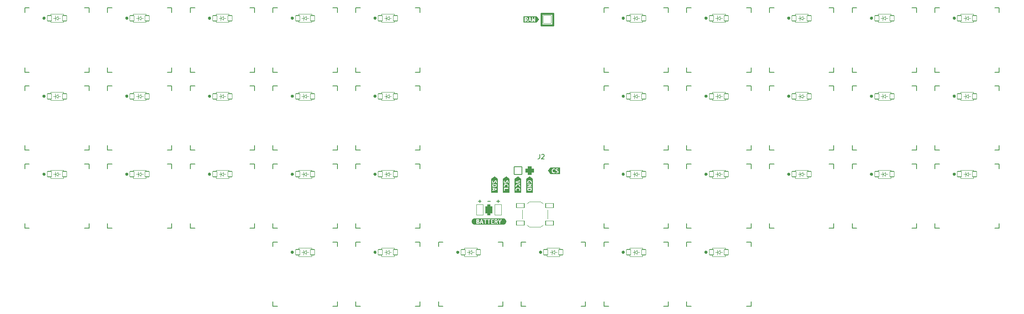
<source format=gbr>
%TF.GenerationSoftware,KiCad,Pcbnew,7.0.1*%
%TF.CreationDate,2023-03-24T13:46:13-04:00*%
%TF.ProjectId,kurp,6b757270-2e6b-4696-9361-645f70636258,v1.0.0*%
%TF.SameCoordinates,Original*%
%TF.FileFunction,Legend,Top*%
%TF.FilePolarity,Positive*%
%FSLAX46Y46*%
G04 Gerber Fmt 4.6, Leading zero omitted, Abs format (unit mm)*
G04 Created by KiCad (PCBNEW 7.0.1) date 2023-03-24 13:46:13*
%MOMM*%
%LPD*%
G01*
G04 APERTURE LIST*
G04 Aperture macros list*
%AMRoundRect*
0 Rectangle with rounded corners*
0 $1 Rounding radius*
0 $2 $3 $4 $5 $6 $7 $8 $9 X,Y pos of 4 corners*
0 Add a 4 corners polygon primitive as box body*
4,1,4,$2,$3,$4,$5,$6,$7,$8,$9,$2,$3,0*
0 Add four circle primitives for the rounded corners*
1,1,$1+$1,$2,$3*
1,1,$1+$1,$4,$5*
1,1,$1+$1,$6,$7*
1,1,$1+$1,$8,$9*
0 Add four rect primitives between the rounded corners*
20,1,$1+$1,$2,$3,$4,$5,0*
20,1,$1+$1,$4,$5,$6,$7,0*
20,1,$1+$1,$6,$7,$8,$9,0*
20,1,$1+$1,$8,$9,$2,$3,0*%
%AMFreePoly0*
4,1,14,0.885355,0.885355,0.900000,0.850000,0.900000,-0.850000,0.885355,-0.885355,0.850000,-0.900000,-0.850000,-0.900000,-0.885355,-0.885355,-0.900000,-0.850000,-0.900000,0.510000,-0.885355,0.545355,-0.545355,0.885355,-0.510000,0.900000,0.850000,0.900000,0.885355,0.885355,0.885355,0.885355,$1*%
G04 Aperture macros list end*
%ADD10C,0.150000*%
%ADD11C,0.381000*%
%ADD12C,0.100000*%
%ADD13C,0.360000*%
%ADD14C,0.120000*%
%ADD15C,1.852600*%
%ADD16RoundRect,0.050000X-0.876300X0.876300X-0.876300X-0.876300X0.876300X-0.876300X0.876300X0.876300X0*%
%ADD17RoundRect,0.050000X-0.450000X-0.600000X0.450000X-0.600000X0.450000X0.600000X-0.450000X0.600000X0*%
%ADD18RoundRect,0.050000X0.750000X1.125000X-0.750000X1.125000X-0.750000X-1.125000X0.750000X-1.125000X0*%
%ADD19RoundRect,0.425000X0.375000X0.750000X-0.375000X0.750000X-0.375000X-0.750000X0.375000X-0.750000X0*%
%ADD20C,1.801800*%
%ADD21C,3.529000*%
%ADD22C,3.800000*%
%ADD23FreePoly0,90.000000*%
%ADD24RoundRect,0.475000X-0.425000X0.425000X-0.425000X-0.425000X0.425000X-0.425000X0.425000X0.425000X0*%
%ADD25RoundRect,0.050000X-0.850000X0.850000X-0.850000X-0.850000X0.850000X-0.850000X0.850000X0.850000X0*%
%ADD26O,1.800000X1.800000*%
%ADD27RoundRect,0.050000X-0.850000X-0.500000X0.850000X-0.500000X0.850000X0.500000X-0.850000X0.500000X0*%
%ADD28C,1.100000*%
%ADD29C,0.700000*%
G04 APERTURE END LIST*
D10*
%TO.C,BT1*%
X195753494Y-131079274D02*
X195143971Y-131079274D01*
X195448732Y-130774512D02*
X195448732Y-131384036D01*
X199753494Y-131079274D02*
X199143971Y-131079274D01*
X199448732Y-130774512D02*
X199448732Y-131384036D01*
X197753494Y-131079274D02*
X197143971Y-131079274D01*
%TO.C,J2*%
X208460316Y-120859227D02*
X208460316Y-121573512D01*
X208460316Y-121573512D02*
X208412697Y-121716369D01*
X208412697Y-121716369D02*
X208317459Y-121811608D01*
X208317459Y-121811608D02*
X208174602Y-121859227D01*
X208174602Y-121859227D02*
X208079364Y-121859227D01*
X208888888Y-120954465D02*
X208936507Y-120906846D01*
X208936507Y-120906846D02*
X209031745Y-120859227D01*
X209031745Y-120859227D02*
X209269840Y-120859227D01*
X209269840Y-120859227D02*
X209365078Y-120906846D01*
X209365078Y-120906846D02*
X209412697Y-120954465D01*
X209412697Y-120954465D02*
X209460316Y-121049703D01*
X209460316Y-121049703D02*
X209460316Y-121144941D01*
X209460316Y-121144941D02*
X209412697Y-121287798D01*
X209412697Y-121287798D02*
X208841269Y-121859227D01*
X208841269Y-121859227D02*
X209460316Y-121859227D01*
D11*
%TO.C,U1*%
X208798733Y-90204608D02*
X211338733Y-90204608D01*
X208798733Y-90204608D02*
X208798733Y-92744608D01*
X211338733Y-92744608D02*
X211338733Y-90204608D01*
X208798733Y-92744608D02*
X211338733Y-92744608D01*
G36*
X206372972Y-91284902D02*
G01*
X206398372Y-91383327D01*
X206419803Y-91480958D01*
X206438853Y-91582558D01*
X206246766Y-91582558D01*
X206266609Y-91480958D01*
X206288834Y-91383327D01*
X206314234Y-91284902D01*
X206343603Y-91179333D01*
X206372972Y-91284902D01*
G37*
G36*
X205564538Y-91156711D02*
G01*
X205619703Y-91184096D01*
X205655422Y-91230927D01*
X205667328Y-91298395D01*
X205622878Y-91408727D01*
X205564538Y-91437897D01*
X205478416Y-91447620D01*
X205435553Y-91447620D01*
X205435553Y-91152345D01*
X205467303Y-91148377D01*
X205494291Y-91147583D01*
X205564538Y-91156711D01*
G37*
G36*
X206518228Y-92169933D02*
G01*
X205930853Y-92169933D01*
X205240291Y-92169933D01*
X204909562Y-92169933D01*
X204909562Y-91971496D01*
X205240291Y-91971496D01*
X205435553Y-91971496D01*
X205435553Y-91609545D01*
X205537153Y-91609545D01*
X205590930Y-91699438D01*
X205641134Y-91788139D01*
X205686577Y-91878031D01*
X205726066Y-91971496D01*
X205930853Y-91971496D01*
X205962603Y-91971496D01*
X206165803Y-91971496D01*
X206210253Y-91744483D01*
X206472191Y-91744483D01*
X206518228Y-91971496D01*
X206727778Y-91971496D01*
X206701584Y-91860085D01*
X206675073Y-91751912D01*
X206648245Y-91646979D01*
X206621098Y-91545283D01*
X206593634Y-91446827D01*
X206559057Y-91327417D01*
X206524380Y-91211281D01*
X206489604Y-91098420D01*
X206454728Y-90988833D01*
X206778578Y-90988833D01*
X206782150Y-91110078D01*
X206786516Y-91235689D01*
X206791874Y-91363086D01*
X206798422Y-91489689D01*
X206806161Y-91615102D01*
X206815091Y-91738927D01*
X206825410Y-91858585D01*
X206837316Y-91971496D01*
X206999241Y-91971496D01*
X207032578Y-91867117D01*
X207069091Y-91754008D01*
X207106397Y-91640899D01*
X207142116Y-91536520D01*
X207177041Y-91643875D01*
X207211966Y-91756389D01*
X207246891Y-91867713D01*
X207281816Y-91971496D01*
X207443741Y-91971496D01*
X207454258Y-91858783D01*
X207463585Y-91739721D01*
X207471720Y-91616491D01*
X207478666Y-91491277D01*
X207484619Y-91364674D01*
X207489778Y-91237277D01*
X207494541Y-91111269D01*
X207499303Y-90988833D01*
X207318328Y-90988833D01*
X207318725Y-91084281D01*
X207319916Y-91183302D01*
X207321503Y-91283513D01*
X207323091Y-91382533D01*
X207324678Y-91479966D01*
X207326266Y-91575414D01*
X207327456Y-91666894D01*
X207327853Y-91752420D01*
X207292135Y-91625421D01*
X207258797Y-91509533D01*
X207231016Y-91411108D01*
X207211966Y-91336496D01*
X207069091Y-91336496D01*
X207046866Y-91414283D01*
X207015909Y-91522233D01*
X206980985Y-91641295D01*
X206948441Y-91752420D01*
X206948838Y-91666894D01*
X206950028Y-91575414D01*
X206951616Y-91479767D01*
X206953203Y-91381739D01*
X206954791Y-91282322D01*
X206956378Y-91182508D01*
X206957966Y-91084083D01*
X206959553Y-90988833D01*
X206778578Y-90988833D01*
X206454728Y-90988833D01*
X206242003Y-90988833D01*
X206208368Y-91097527D01*
X206174138Y-91209297D01*
X206139312Y-91324143D01*
X206103891Y-91442064D01*
X206075379Y-91539695D01*
X206046995Y-91641454D01*
X206018737Y-91747341D01*
X205990607Y-91857354D01*
X205962603Y-91971496D01*
X205930853Y-91971496D01*
X205885609Y-91867514D01*
X205830841Y-91757977D01*
X205772103Y-91653202D01*
X205714953Y-91561921D01*
X205784406Y-91517074D01*
X205830841Y-91455558D01*
X205857034Y-91381739D01*
X205865766Y-91299983D01*
X205859217Y-91222791D01*
X205839572Y-91156314D01*
X205764166Y-91055508D01*
X205710191Y-91020980D01*
X205646691Y-90996770D01*
X205574459Y-90982483D01*
X205494291Y-90977720D01*
X205438728Y-90979308D01*
X205372053Y-90983277D01*
X205302997Y-90991214D01*
X205240291Y-91003120D01*
X205240291Y-91971496D01*
X204909562Y-91971496D01*
X204909562Y-90779283D01*
X205240291Y-90779283D01*
X207499303Y-90779283D01*
X207830032Y-90779283D01*
X208293582Y-91474608D01*
X207830032Y-92169933D01*
X207499303Y-92169933D01*
X207443741Y-92169933D01*
X206518228Y-92169933D01*
G37*
D12*
%TO.C,D17*%
X174048733Y-141294608D02*
X176848733Y-141294608D01*
X174048733Y-143094608D02*
X174048733Y-141294608D01*
X174698733Y-142194608D02*
X175098733Y-142194608D01*
X175098733Y-142194608D02*
X175098733Y-141644608D01*
X175098733Y-142194608D02*
X175098733Y-142744608D01*
X175098733Y-142194608D02*
X175698733Y-141794608D01*
X175698733Y-141794608D02*
X175698733Y-142594608D01*
X175698733Y-142194608D02*
X176198733Y-142194608D01*
X175698733Y-142594608D02*
X175098733Y-142194608D01*
X176848733Y-141294608D02*
X176848733Y-143094608D01*
X176848733Y-143094608D02*
X174048733Y-143094608D01*
D13*
X172828733Y-142194608D02*
G75*
G03*
X172828733Y-142194608I-180000J0D01*
G01*
%TO.C,BT1*%
G36*
X195855677Y-135288552D02*
G01*
X195881077Y-135386977D01*
X195902508Y-135484608D01*
X195921558Y-135586208D01*
X195729471Y-135586208D01*
X195749314Y-135484608D01*
X195771539Y-135386977D01*
X195796939Y-135288552D01*
X195826308Y-135182983D01*
X195855677Y-135288552D01*
G37*
G36*
X195144477Y-135575889D02*
G01*
X195189721Y-135678283D01*
X195173846Y-135748927D01*
X195133364Y-135791789D01*
X195077008Y-135812427D01*
X195011921Y-135817983D01*
X194963502Y-135816396D01*
X194918258Y-135811633D01*
X194918258Y-135544933D01*
X195023033Y-135544933D01*
X195144477Y-135575889D01*
G37*
G36*
X195059546Y-135155202D02*
G01*
X195103996Y-135171077D01*
X195134158Y-135204414D01*
X195145271Y-135260770D01*
X195107171Y-135350464D01*
X194994458Y-135383008D01*
X194918258Y-135383008D01*
X194918258Y-135157583D01*
X194961121Y-135152820D01*
X195007158Y-135151233D01*
X195059546Y-135155202D01*
G37*
G36*
X199015992Y-135160361D02*
G01*
X199071158Y-135187745D01*
X199106877Y-135234577D01*
X199118783Y-135302045D01*
X199074333Y-135412377D01*
X199015992Y-135441547D01*
X198929871Y-135451270D01*
X198887008Y-135451270D01*
X198887008Y-135155995D01*
X198918758Y-135152027D01*
X198945746Y-135151233D01*
X199015992Y-135160361D01*
G37*
G36*
X199382308Y-136186283D02*
G01*
X197912283Y-136186283D01*
X197513821Y-136186283D01*
X196720071Y-136186283D01*
X196000933Y-136186283D01*
X194996046Y-136186283D01*
X194722996Y-136186283D01*
X194392266Y-136186283D01*
X194323490Y-136182904D01*
X194255376Y-136172801D01*
X194188581Y-136156069D01*
X194123747Y-136132871D01*
X194061499Y-136103430D01*
X194002437Y-136068029D01*
X193947128Y-136027010D01*
X193896107Y-135980767D01*
X193876624Y-135959271D01*
X194722996Y-135959271D01*
X194791655Y-135971772D01*
X194861108Y-135980702D01*
X194929767Y-135986060D01*
X194996046Y-135987846D01*
X195074428Y-135984075D01*
X195132232Y-135975146D01*
X195445308Y-135975146D01*
X195648508Y-135975146D01*
X195692958Y-135748133D01*
X195954896Y-135748133D01*
X196000933Y-135975146D01*
X196210483Y-135975146D01*
X196184289Y-135863735D01*
X196157778Y-135755562D01*
X196130949Y-135650629D01*
X196103803Y-135548933D01*
X196076339Y-135450477D01*
X196041762Y-135331067D01*
X196007085Y-135214931D01*
X195988435Y-135154408D01*
X196264458Y-135154408D01*
X196523221Y-135154408D01*
X196523221Y-135975146D01*
X196720071Y-135975146D01*
X196720071Y-135154408D01*
X196978833Y-135154408D01*
X197058208Y-135154408D01*
X197316971Y-135154408D01*
X197316971Y-135975146D01*
X197513821Y-135975146D01*
X197513821Y-135154408D01*
X197772583Y-135154408D01*
X197772583Y-134992483D01*
X197912283Y-134992483D01*
X197912283Y-135975146D01*
X198542521Y-135975146D01*
X198691746Y-135975146D01*
X198887008Y-135975146D01*
X198887008Y-135613195D01*
X198988608Y-135613195D01*
X199042385Y-135703088D01*
X199092589Y-135791789D01*
X199138031Y-135881681D01*
X199177521Y-135975146D01*
X199382308Y-135975146D01*
X199337064Y-135871164D01*
X199282296Y-135761627D01*
X199223558Y-135656852D01*
X199166408Y-135565571D01*
X199235861Y-135520724D01*
X199282296Y-135459208D01*
X199308489Y-135385389D01*
X199317221Y-135303633D01*
X199310672Y-135226441D01*
X199291027Y-135159964D01*
X199215621Y-135059158D01*
X199161646Y-135024630D01*
X199098146Y-135000420D01*
X199058018Y-134992483D01*
X199420408Y-134992483D01*
X199461242Y-135098757D01*
X199503311Y-135201680D01*
X199546614Y-135301252D01*
X199592916Y-135399941D01*
X199643981Y-135500218D01*
X199699808Y-135602083D01*
X199699808Y-135975146D01*
X199896658Y-135975146D01*
X199896658Y-135600495D01*
X199939521Y-135523700D01*
X199979208Y-135448889D01*
X200016117Y-135374872D01*
X200050646Y-135300458D01*
X200083189Y-135225449D01*
X200114146Y-135149645D01*
X200144308Y-135072255D01*
X200174471Y-134992483D01*
X199972858Y-134992483D01*
X199933964Y-135106783D01*
X199912136Y-135169886D01*
X199889514Y-135232195D01*
X199843477Y-135349671D01*
X199802996Y-135441746D01*
X199756164Y-135338360D01*
X199710921Y-135225052D01*
X199668455Y-135107775D01*
X199629958Y-134992483D01*
X199420408Y-134992483D01*
X199058018Y-134992483D01*
X199025914Y-134986133D01*
X198945746Y-134981370D01*
X198890183Y-134982958D01*
X198823508Y-134986927D01*
X198754452Y-134994864D01*
X198691746Y-135006770D01*
X198691746Y-135975146D01*
X198542521Y-135975146D01*
X198542521Y-135813221D01*
X198107546Y-135813221D01*
X198107546Y-135536995D01*
X198455208Y-135536995D01*
X198455208Y-135375070D01*
X198107546Y-135375070D01*
X198107546Y-135154408D01*
X198507596Y-135154408D01*
X198507596Y-134992483D01*
X197912283Y-134992483D01*
X197772583Y-134992483D01*
X197058208Y-134992483D01*
X197058208Y-135154408D01*
X196978833Y-135154408D01*
X196978833Y-134992483D01*
X196264458Y-134992483D01*
X196264458Y-135154408D01*
X195988435Y-135154408D01*
X195972308Y-135102070D01*
X195937433Y-134992483D01*
X195724708Y-134992483D01*
X195691073Y-135101177D01*
X195656842Y-135212947D01*
X195622017Y-135327793D01*
X195586596Y-135445714D01*
X195558084Y-135543345D01*
X195529700Y-135645104D01*
X195501442Y-135750991D01*
X195473312Y-135861004D01*
X195445308Y-135975146D01*
X195132232Y-135975146D01*
X195147652Y-135972764D01*
X195213533Y-135952524D01*
X195269889Y-135921964D01*
X195351646Y-135826714D01*
X195374267Y-135759841D01*
X195381808Y-135678283D01*
X195372878Y-135611608D01*
X195346089Y-135548108D01*
X195294297Y-135492546D01*
X195210358Y-135449683D01*
X195301639Y-135363958D01*
X195327238Y-135306014D01*
X195335771Y-135240133D01*
X195321483Y-135148058D01*
X195267508Y-135064714D01*
X195157971Y-135004389D01*
X195077802Y-134987125D01*
X194976996Y-134981370D01*
X194845233Y-134988514D01*
X194722996Y-135005183D01*
X194722996Y-135959271D01*
X193876624Y-135959271D01*
X193849864Y-135929746D01*
X193808845Y-135874438D01*
X193773444Y-135815375D01*
X193744003Y-135753127D01*
X193720805Y-135688294D01*
X193704074Y-135621498D01*
X193693970Y-135553384D01*
X193690591Y-135484608D01*
X193693970Y-135415832D01*
X193704074Y-135347718D01*
X193720805Y-135280922D01*
X193744003Y-135216089D01*
X193773444Y-135153841D01*
X193808845Y-135094778D01*
X193849864Y-135039470D01*
X193896107Y-134988449D01*
X193947128Y-134942206D01*
X194002437Y-134901187D01*
X194061499Y-134865786D01*
X194123747Y-134836345D01*
X194188581Y-134813147D01*
X194255376Y-134796415D01*
X194323490Y-134786312D01*
X194392266Y-134782933D01*
X194722996Y-134782933D01*
X200174471Y-134782933D01*
X200505200Y-134782933D01*
X200573976Y-134786312D01*
X200642090Y-134796416D01*
X200708885Y-134813147D01*
X200773719Y-134836345D01*
X200835967Y-134865786D01*
X200895029Y-134901187D01*
X200950338Y-134942206D01*
X201001359Y-134988449D01*
X201047602Y-135039470D01*
X201088621Y-135094778D01*
X201124022Y-135153841D01*
X201153463Y-135216089D01*
X201176661Y-135280923D01*
X201193392Y-135347718D01*
X201203496Y-135415832D01*
X201206875Y-135484608D01*
X201203496Y-135553384D01*
X201193392Y-135621498D01*
X201176661Y-135688293D01*
X201153463Y-135753127D01*
X201124022Y-135815375D01*
X201088621Y-135874438D01*
X201047602Y-135929746D01*
X201001359Y-135980767D01*
X200950338Y-136027010D01*
X200895029Y-136068029D01*
X200835967Y-136103430D01*
X200773719Y-136132871D01*
X200708885Y-136156069D01*
X200642090Y-136172800D01*
X200573976Y-136182904D01*
X200505200Y-136186283D01*
X200174471Y-136186283D01*
X199896658Y-136186283D01*
X199382308Y-136186283D01*
G37*
D10*
%TO.C,SW15*%
X168448733Y-89944608D02*
X168448733Y-88944608D01*
X168448733Y-89944608D02*
X168448733Y-88944608D01*
X168448733Y-102944608D02*
X168448733Y-101944608D01*
X168448733Y-102944608D02*
X168448733Y-101944608D01*
X168448733Y-102944608D02*
X169448733Y-102944608D01*
X168448733Y-102944608D02*
X169448733Y-102944608D01*
X169448733Y-88944608D02*
X168448733Y-88944608D01*
X169448733Y-88944608D02*
X168448733Y-88944608D01*
X181448733Y-102944608D02*
X182448733Y-102944608D01*
X181448733Y-102944608D02*
X182448733Y-102944608D01*
X182448733Y-88944608D02*
X181448733Y-88944608D01*
X182448733Y-88944608D02*
X181448733Y-88944608D01*
X182448733Y-88944608D02*
X182448733Y-89944608D01*
X182448733Y-88944608D02*
X182448733Y-89944608D01*
X182448733Y-101944608D02*
X182448733Y-102944608D01*
X182448733Y-101944608D02*
X182448733Y-102944608D01*
X182448733Y-102944608D02*
X181448733Y-102944608D01*
D12*
%TO.C,D35*%
X228048733Y-141294608D02*
X230848733Y-141294608D01*
X228048733Y-143094608D02*
X228048733Y-141294608D01*
X228698733Y-142194608D02*
X229098733Y-142194608D01*
X229098733Y-142194608D02*
X229098733Y-141644608D01*
X229098733Y-142194608D02*
X229098733Y-142744608D01*
X229098733Y-142194608D02*
X229698733Y-141794608D01*
X229698733Y-141794608D02*
X229698733Y-142594608D01*
X229698733Y-142194608D02*
X230198733Y-142194608D01*
X229698733Y-142594608D02*
X229098733Y-142194608D01*
X230848733Y-141294608D02*
X230848733Y-143094608D01*
X230848733Y-143094608D02*
X228048733Y-143094608D01*
D13*
X226828733Y-142194608D02*
G75*
G03*
X226828733Y-142194608I-180000J0D01*
G01*
D10*
%TO.C,SW33*%
X222448733Y-89944608D02*
X222448733Y-88944608D01*
X222448733Y-89944608D02*
X222448733Y-88944608D01*
X222448733Y-102944608D02*
X222448733Y-101944608D01*
X222448733Y-102944608D02*
X222448733Y-101944608D01*
X222448733Y-102944608D02*
X223448733Y-102944608D01*
X222448733Y-102944608D02*
X223448733Y-102944608D01*
X223448733Y-88944608D02*
X222448733Y-88944608D01*
X223448733Y-88944608D02*
X222448733Y-88944608D01*
X235448733Y-102944608D02*
X236448733Y-102944608D01*
X235448733Y-102944608D02*
X236448733Y-102944608D01*
X236448733Y-88944608D02*
X235448733Y-88944608D01*
X236448733Y-88944608D02*
X235448733Y-88944608D01*
X236448733Y-88944608D02*
X236448733Y-89944608D01*
X236448733Y-88944608D02*
X236448733Y-89944608D01*
X236448733Y-101944608D02*
X236448733Y-102944608D01*
X236448733Y-101944608D02*
X236448733Y-102944608D01*
X236448733Y-102944608D02*
X235448733Y-102944608D01*
D12*
%TO.C,D32*%
X228048733Y-107294608D02*
X230848733Y-107294608D01*
X228048733Y-109094608D02*
X228048733Y-107294608D01*
X228698733Y-108194608D02*
X229098733Y-108194608D01*
X229098733Y-108194608D02*
X229098733Y-107644608D01*
X229098733Y-108194608D02*
X229098733Y-108744608D01*
X229098733Y-108194608D02*
X229698733Y-107794608D01*
X229698733Y-107794608D02*
X229698733Y-108594608D01*
X229698733Y-108194608D02*
X230198733Y-108194608D01*
X229698733Y-108594608D02*
X229098733Y-108194608D01*
X230848733Y-107294608D02*
X230848733Y-109094608D01*
X230848733Y-109094608D02*
X228048733Y-109094608D01*
D13*
X226828733Y-108194608D02*
G75*
G03*
X226828733Y-108194608I-180000J0D01*
G01*
D12*
%TO.C,D27*%
X264048733Y-90294608D02*
X266848733Y-90294608D01*
X264048733Y-92094608D02*
X264048733Y-90294608D01*
X264698733Y-91194608D02*
X265098733Y-91194608D01*
X265098733Y-91194608D02*
X265098733Y-90644608D01*
X265098733Y-91194608D02*
X265098733Y-91744608D01*
X265098733Y-91194608D02*
X265698733Y-90794608D01*
X265698733Y-90794608D02*
X265698733Y-91594608D01*
X265698733Y-91194608D02*
X266198733Y-91194608D01*
X265698733Y-91594608D02*
X265098733Y-91194608D01*
X266848733Y-90294608D02*
X266848733Y-92094608D01*
X266848733Y-92094608D02*
X264048733Y-92094608D01*
D13*
X262828733Y-91194608D02*
G75*
G03*
X262828733Y-91194608I-180000J0D01*
G01*
D10*
%TO.C,SW20*%
X294448733Y-106944608D02*
X294448733Y-105944608D01*
X294448733Y-106944608D02*
X294448733Y-105944608D01*
X294448733Y-119944608D02*
X294448733Y-118944608D01*
X294448733Y-119944608D02*
X294448733Y-118944608D01*
X294448733Y-119944608D02*
X295448733Y-119944608D01*
X294448733Y-119944608D02*
X295448733Y-119944608D01*
X295448733Y-105944608D02*
X294448733Y-105944608D01*
X295448733Y-105944608D02*
X294448733Y-105944608D01*
X307448733Y-119944608D02*
X308448733Y-119944608D01*
X307448733Y-119944608D02*
X308448733Y-119944608D01*
X308448733Y-105944608D02*
X307448733Y-105944608D01*
X308448733Y-105944608D02*
X307448733Y-105944608D01*
X308448733Y-105944608D02*
X308448733Y-106944608D01*
X308448733Y-105944608D02*
X308448733Y-106944608D01*
X308448733Y-118944608D02*
X308448733Y-119944608D01*
X308448733Y-118944608D02*
X308448733Y-119944608D01*
X308448733Y-119944608D02*
X307448733Y-119944608D01*
%TO.C,SW26*%
X258448733Y-106944608D02*
X258448733Y-105944608D01*
X258448733Y-106944608D02*
X258448733Y-105944608D01*
X258448733Y-119944608D02*
X258448733Y-118944608D01*
X258448733Y-119944608D02*
X258448733Y-118944608D01*
X258448733Y-119944608D02*
X259448733Y-119944608D01*
X258448733Y-119944608D02*
X259448733Y-119944608D01*
X259448733Y-105944608D02*
X258448733Y-105944608D01*
X259448733Y-105944608D02*
X258448733Y-105944608D01*
X271448733Y-119944608D02*
X272448733Y-119944608D01*
X271448733Y-119944608D02*
X272448733Y-119944608D01*
X272448733Y-105944608D02*
X271448733Y-105944608D01*
X272448733Y-105944608D02*
X271448733Y-105944608D01*
X272448733Y-105944608D02*
X272448733Y-106944608D01*
X272448733Y-105944608D02*
X272448733Y-106944608D01*
X272448733Y-118944608D02*
X272448733Y-119944608D01*
X272448733Y-118944608D02*
X272448733Y-119944608D01*
X272448733Y-119944608D02*
X271448733Y-119944608D01*
D12*
%TO.C,D15*%
X174048733Y-90294608D02*
X176848733Y-90294608D01*
X174048733Y-92094608D02*
X174048733Y-90294608D01*
X174698733Y-91194608D02*
X175098733Y-91194608D01*
X175098733Y-91194608D02*
X175098733Y-90644608D01*
X175098733Y-91194608D02*
X175098733Y-91744608D01*
X175098733Y-91194608D02*
X175698733Y-90794608D01*
X175698733Y-90794608D02*
X175698733Y-91594608D01*
X175698733Y-91194608D02*
X176198733Y-91194608D01*
X175698733Y-91594608D02*
X175098733Y-91194608D01*
X176848733Y-90294608D02*
X176848733Y-92094608D01*
X176848733Y-92094608D02*
X174048733Y-92094608D01*
D13*
X172828733Y-91194608D02*
G75*
G03*
X172828733Y-91194608I-180000J0D01*
G01*
D12*
%TO.C,D31*%
X228048733Y-124294608D02*
X230848733Y-124294608D01*
X228048733Y-126094608D02*
X228048733Y-124294608D01*
X228698733Y-125194608D02*
X229098733Y-125194608D01*
X229098733Y-125194608D02*
X229098733Y-124644608D01*
X229098733Y-125194608D02*
X229098733Y-125744608D01*
X229098733Y-125194608D02*
X229698733Y-124794608D01*
X229698733Y-124794608D02*
X229698733Y-125594608D01*
X229698733Y-125194608D02*
X230198733Y-125194608D01*
X229698733Y-125594608D02*
X229098733Y-125194608D01*
X230848733Y-124294608D02*
X230848733Y-126094608D01*
X230848733Y-126094608D02*
X228048733Y-126094608D01*
D13*
X226828733Y-125194608D02*
G75*
G03*
X226828733Y-125194608I-180000J0D01*
G01*
D10*
%TO.C,SW28*%
X240448733Y-123944608D02*
X240448733Y-122944608D01*
X240448733Y-123944608D02*
X240448733Y-122944608D01*
X240448733Y-136944608D02*
X240448733Y-135944608D01*
X240448733Y-136944608D02*
X240448733Y-135944608D01*
X240448733Y-136944608D02*
X241448733Y-136944608D01*
X240448733Y-136944608D02*
X241448733Y-136944608D01*
X241448733Y-122944608D02*
X240448733Y-122944608D01*
X241448733Y-122944608D02*
X240448733Y-122944608D01*
X253448733Y-136944608D02*
X254448733Y-136944608D01*
X253448733Y-136944608D02*
X254448733Y-136944608D01*
X254448733Y-122944608D02*
X253448733Y-122944608D01*
X254448733Y-122944608D02*
X253448733Y-122944608D01*
X254448733Y-122944608D02*
X254448733Y-123944608D01*
X254448733Y-122944608D02*
X254448733Y-123944608D01*
X254448733Y-135944608D02*
X254448733Y-136944608D01*
X254448733Y-135944608D02*
X254448733Y-136944608D01*
X254448733Y-136944608D02*
X253448733Y-136944608D01*
D12*
%TO.C,D10*%
X156048733Y-124294608D02*
X158848733Y-124294608D01*
X156048733Y-126094608D02*
X156048733Y-124294608D01*
X156698733Y-125194608D02*
X157098733Y-125194608D01*
X157098733Y-125194608D02*
X157098733Y-124644608D01*
X157098733Y-125194608D02*
X157098733Y-125744608D01*
X157098733Y-125194608D02*
X157698733Y-124794608D01*
X157698733Y-124794608D02*
X157698733Y-125594608D01*
X157698733Y-125194608D02*
X158198733Y-125194608D01*
X157698733Y-125594608D02*
X157098733Y-125194608D01*
X158848733Y-124294608D02*
X158848733Y-126094608D01*
X158848733Y-126094608D02*
X156048733Y-126094608D01*
D13*
X154828733Y-125194608D02*
G75*
G03*
X154828733Y-125194608I-180000J0D01*
G01*
D12*
%TO.C,D21*%
X300048733Y-90294608D02*
X302848733Y-90294608D01*
X300048733Y-92094608D02*
X300048733Y-90294608D01*
X300698733Y-91194608D02*
X301098733Y-91194608D01*
X301098733Y-91194608D02*
X301098733Y-90644608D01*
X301098733Y-91194608D02*
X301098733Y-91744608D01*
X301098733Y-91194608D02*
X301698733Y-90794608D01*
X301698733Y-90794608D02*
X301698733Y-91594608D01*
X301698733Y-91194608D02*
X302198733Y-91194608D01*
X301698733Y-91594608D02*
X301098733Y-91194608D01*
X302848733Y-90294608D02*
X302848733Y-92094608D01*
X302848733Y-92094608D02*
X300048733Y-92094608D01*
D13*
X298828733Y-91194608D02*
G75*
G03*
X298828733Y-91194608I-180000J0D01*
G01*
D10*
%TO.C,SW13*%
X168448733Y-123944608D02*
X168448733Y-122944608D01*
X168448733Y-123944608D02*
X168448733Y-122944608D01*
X168448733Y-136944608D02*
X168448733Y-135944608D01*
X168448733Y-136944608D02*
X168448733Y-135944608D01*
X168448733Y-136944608D02*
X169448733Y-136944608D01*
X168448733Y-136944608D02*
X169448733Y-136944608D01*
X169448733Y-122944608D02*
X168448733Y-122944608D01*
X169448733Y-122944608D02*
X168448733Y-122944608D01*
X181448733Y-136944608D02*
X182448733Y-136944608D01*
X181448733Y-136944608D02*
X182448733Y-136944608D01*
X182448733Y-122944608D02*
X181448733Y-122944608D01*
X182448733Y-122944608D02*
X181448733Y-122944608D01*
X182448733Y-122944608D02*
X182448733Y-123944608D01*
X182448733Y-122944608D02*
X182448733Y-123944608D01*
X182448733Y-135944608D02*
X182448733Y-136944608D01*
X182448733Y-135944608D02*
X182448733Y-136944608D01*
X182448733Y-136944608D02*
X181448733Y-136944608D01*
%TO.C,SW11*%
X150448733Y-106944608D02*
X150448733Y-105944608D01*
X150448733Y-106944608D02*
X150448733Y-105944608D01*
X150448733Y-119944608D02*
X150448733Y-118944608D01*
X150448733Y-119944608D02*
X150448733Y-118944608D01*
X150448733Y-119944608D02*
X151448733Y-119944608D01*
X150448733Y-119944608D02*
X151448733Y-119944608D01*
X151448733Y-105944608D02*
X150448733Y-105944608D01*
X151448733Y-105944608D02*
X150448733Y-105944608D01*
X163448733Y-119944608D02*
X164448733Y-119944608D01*
X163448733Y-119944608D02*
X164448733Y-119944608D01*
X164448733Y-105944608D02*
X163448733Y-105944608D01*
X164448733Y-105944608D02*
X163448733Y-105944608D01*
X164448733Y-105944608D02*
X164448733Y-106944608D01*
X164448733Y-105944608D02*
X164448733Y-106944608D01*
X164448733Y-118944608D02*
X164448733Y-119944608D01*
X164448733Y-118944608D02*
X164448733Y-119944608D01*
X164448733Y-119944608D02*
X163448733Y-119944608D01*
%TO.C,SW19*%
X294448733Y-123944608D02*
X294448733Y-122944608D01*
X294448733Y-123944608D02*
X294448733Y-122944608D01*
X294448733Y-136944608D02*
X294448733Y-135944608D01*
X294448733Y-136944608D02*
X294448733Y-135944608D01*
X294448733Y-136944608D02*
X295448733Y-136944608D01*
X294448733Y-136944608D02*
X295448733Y-136944608D01*
X295448733Y-122944608D02*
X294448733Y-122944608D01*
X295448733Y-122944608D02*
X294448733Y-122944608D01*
X307448733Y-136944608D02*
X308448733Y-136944608D01*
X307448733Y-136944608D02*
X308448733Y-136944608D01*
X308448733Y-122944608D02*
X307448733Y-122944608D01*
X308448733Y-122944608D02*
X307448733Y-122944608D01*
X308448733Y-122944608D02*
X308448733Y-123944608D01*
X308448733Y-122944608D02*
X308448733Y-123944608D01*
X308448733Y-135944608D02*
X308448733Y-136944608D01*
X308448733Y-135944608D02*
X308448733Y-136944608D01*
X308448733Y-136944608D02*
X307448733Y-136944608D01*
%TO.C,SW30*%
X240448733Y-89944608D02*
X240448733Y-88944608D01*
X240448733Y-89944608D02*
X240448733Y-88944608D01*
X240448733Y-102944608D02*
X240448733Y-101944608D01*
X240448733Y-102944608D02*
X240448733Y-101944608D01*
X240448733Y-102944608D02*
X241448733Y-102944608D01*
X240448733Y-102944608D02*
X241448733Y-102944608D01*
X241448733Y-88944608D02*
X240448733Y-88944608D01*
X241448733Y-88944608D02*
X240448733Y-88944608D01*
X253448733Y-102944608D02*
X254448733Y-102944608D01*
X253448733Y-102944608D02*
X254448733Y-102944608D01*
X254448733Y-88944608D02*
X253448733Y-88944608D01*
X254448733Y-88944608D02*
X253448733Y-88944608D01*
X254448733Y-88944608D02*
X254448733Y-89944608D01*
X254448733Y-88944608D02*
X254448733Y-89944608D01*
X254448733Y-101944608D02*
X254448733Y-102944608D01*
X254448733Y-101944608D02*
X254448733Y-102944608D01*
X254448733Y-102944608D02*
X253448733Y-102944608D01*
%TO.C,SW36*%
X204448733Y-140944608D02*
X204448733Y-139944608D01*
X204448733Y-140944608D02*
X204448733Y-139944608D01*
X204448733Y-153944608D02*
X204448733Y-152944608D01*
X204448733Y-153944608D02*
X204448733Y-152944608D01*
X204448733Y-153944608D02*
X205448733Y-153944608D01*
X204448733Y-153944608D02*
X205448733Y-153944608D01*
X205448733Y-139944608D02*
X204448733Y-139944608D01*
X205448733Y-139944608D02*
X204448733Y-139944608D01*
X217448733Y-153944608D02*
X218448733Y-153944608D01*
X217448733Y-153944608D02*
X218448733Y-153944608D01*
X218448733Y-139944608D02*
X217448733Y-139944608D01*
X218448733Y-139944608D02*
X217448733Y-139944608D01*
X218448733Y-139944608D02*
X218448733Y-140944608D01*
X218448733Y-139944608D02*
X218448733Y-140944608D01*
X218448733Y-152944608D02*
X218448733Y-153944608D01*
X218448733Y-152944608D02*
X218448733Y-153944608D01*
X218448733Y-153944608D02*
X217448733Y-153944608D01*
D12*
%TO.C,D20*%
X300048733Y-107294608D02*
X302848733Y-107294608D01*
X300048733Y-109094608D02*
X300048733Y-107294608D01*
X300698733Y-108194608D02*
X301098733Y-108194608D01*
X301098733Y-108194608D02*
X301098733Y-107644608D01*
X301098733Y-108194608D02*
X301098733Y-108744608D01*
X301098733Y-108194608D02*
X301698733Y-107794608D01*
X301698733Y-107794608D02*
X301698733Y-108594608D01*
X301698733Y-108194608D02*
X302198733Y-108194608D01*
X301698733Y-108594608D02*
X301098733Y-108194608D01*
X302848733Y-107294608D02*
X302848733Y-109094608D01*
X302848733Y-109094608D02*
X300048733Y-109094608D01*
D13*
X298828733Y-108194608D02*
G75*
G03*
X298828733Y-108194608I-180000J0D01*
G01*
D12*
%TO.C,D11*%
X156048733Y-107294608D02*
X158848733Y-107294608D01*
X156048733Y-109094608D02*
X156048733Y-107294608D01*
X156698733Y-108194608D02*
X157098733Y-108194608D01*
X157098733Y-108194608D02*
X157098733Y-107644608D01*
X157098733Y-108194608D02*
X157098733Y-108744608D01*
X157098733Y-108194608D02*
X157698733Y-107794608D01*
X157698733Y-107794608D02*
X157698733Y-108594608D01*
X157698733Y-108194608D02*
X158198733Y-108194608D01*
X157698733Y-108594608D02*
X157098733Y-108194608D01*
X158848733Y-107294608D02*
X158848733Y-109094608D01*
X158848733Y-109094608D02*
X156048733Y-109094608D01*
D13*
X154828733Y-108194608D02*
G75*
G03*
X154828733Y-108194608I-180000J0D01*
G01*
D10*
%TO.C,SW8*%
X132448733Y-106944608D02*
X132448733Y-105944608D01*
X132448733Y-106944608D02*
X132448733Y-105944608D01*
X132448733Y-119944608D02*
X132448733Y-118944608D01*
X132448733Y-119944608D02*
X132448733Y-118944608D01*
X132448733Y-119944608D02*
X133448733Y-119944608D01*
X132448733Y-119944608D02*
X133448733Y-119944608D01*
X133448733Y-105944608D02*
X132448733Y-105944608D01*
X133448733Y-105944608D02*
X132448733Y-105944608D01*
X145448733Y-119944608D02*
X146448733Y-119944608D01*
X145448733Y-119944608D02*
X146448733Y-119944608D01*
X146448733Y-105944608D02*
X145448733Y-105944608D01*
X146448733Y-105944608D02*
X145448733Y-105944608D01*
X146448733Y-105944608D02*
X146448733Y-106944608D01*
X146448733Y-105944608D02*
X146448733Y-106944608D01*
X146448733Y-118944608D02*
X146448733Y-119944608D01*
X146448733Y-118944608D02*
X146448733Y-119944608D01*
X146448733Y-119944608D02*
X145448733Y-119944608D01*
%TO.C,SW14*%
X168448733Y-106944608D02*
X168448733Y-105944608D01*
X168448733Y-106944608D02*
X168448733Y-105944608D01*
X168448733Y-119944608D02*
X168448733Y-118944608D01*
X168448733Y-119944608D02*
X168448733Y-118944608D01*
X168448733Y-119944608D02*
X169448733Y-119944608D01*
X168448733Y-119944608D02*
X169448733Y-119944608D01*
X169448733Y-105944608D02*
X168448733Y-105944608D01*
X169448733Y-105944608D02*
X168448733Y-105944608D01*
X181448733Y-119944608D02*
X182448733Y-119944608D01*
X181448733Y-119944608D02*
X182448733Y-119944608D01*
X182448733Y-105944608D02*
X181448733Y-105944608D01*
X182448733Y-105944608D02*
X181448733Y-105944608D01*
X182448733Y-105944608D02*
X182448733Y-106944608D01*
X182448733Y-105944608D02*
X182448733Y-106944608D01*
X182448733Y-118944608D02*
X182448733Y-119944608D01*
X182448733Y-118944608D02*
X182448733Y-119944608D01*
X182448733Y-119944608D02*
X181448733Y-119944608D01*
%TO.C,SW34*%
X240448733Y-140944608D02*
X240448733Y-139944608D01*
X240448733Y-140944608D02*
X240448733Y-139944608D01*
X240448733Y-153944608D02*
X240448733Y-152944608D01*
X240448733Y-153944608D02*
X240448733Y-152944608D01*
X240448733Y-153944608D02*
X241448733Y-153944608D01*
X240448733Y-153944608D02*
X241448733Y-153944608D01*
X241448733Y-139944608D02*
X240448733Y-139944608D01*
X241448733Y-139944608D02*
X240448733Y-139944608D01*
X253448733Y-153944608D02*
X254448733Y-153944608D01*
X253448733Y-153944608D02*
X254448733Y-153944608D01*
X254448733Y-139944608D02*
X253448733Y-139944608D01*
X254448733Y-139944608D02*
X253448733Y-139944608D01*
X254448733Y-139944608D02*
X254448733Y-140944608D01*
X254448733Y-139944608D02*
X254448733Y-140944608D01*
X254448733Y-152944608D02*
X254448733Y-153944608D01*
X254448733Y-152944608D02*
X254448733Y-153944608D01*
X254448733Y-153944608D02*
X253448733Y-153944608D01*
D12*
%TO.C,D33*%
X228048733Y-90294608D02*
X230848733Y-90294608D01*
X228048733Y-92094608D02*
X228048733Y-90294608D01*
X228698733Y-91194608D02*
X229098733Y-91194608D01*
X229098733Y-91194608D02*
X229098733Y-90644608D01*
X229098733Y-91194608D02*
X229098733Y-91744608D01*
X229098733Y-91194608D02*
X229698733Y-90794608D01*
X229698733Y-90794608D02*
X229698733Y-91594608D01*
X229698733Y-91194608D02*
X230198733Y-91194608D01*
X229698733Y-91594608D02*
X229098733Y-91194608D01*
X230848733Y-90294608D02*
X230848733Y-92094608D01*
X230848733Y-92094608D02*
X228048733Y-92094608D01*
D13*
X226828733Y-91194608D02*
G75*
G03*
X226828733Y-91194608I-180000J0D01*
G01*
D10*
%TO.C,SW4*%
X114448733Y-123944608D02*
X114448733Y-122944608D01*
X114448733Y-123944608D02*
X114448733Y-122944608D01*
X114448733Y-136944608D02*
X114448733Y-135944608D01*
X114448733Y-136944608D02*
X114448733Y-135944608D01*
X114448733Y-136944608D02*
X115448733Y-136944608D01*
X114448733Y-136944608D02*
X115448733Y-136944608D01*
X115448733Y-122944608D02*
X114448733Y-122944608D01*
X115448733Y-122944608D02*
X114448733Y-122944608D01*
X127448733Y-136944608D02*
X128448733Y-136944608D01*
X127448733Y-136944608D02*
X128448733Y-136944608D01*
X128448733Y-122944608D02*
X127448733Y-122944608D01*
X128448733Y-122944608D02*
X127448733Y-122944608D01*
X128448733Y-122944608D02*
X128448733Y-123944608D01*
X128448733Y-122944608D02*
X128448733Y-123944608D01*
X128448733Y-135944608D02*
X128448733Y-136944608D01*
X128448733Y-135944608D02*
X128448733Y-136944608D01*
X128448733Y-136944608D02*
X127448733Y-136944608D01*
%TO.C,SW6*%
X114448733Y-89944608D02*
X114448733Y-88944608D01*
X114448733Y-89944608D02*
X114448733Y-88944608D01*
X114448733Y-102944608D02*
X114448733Y-101944608D01*
X114448733Y-102944608D02*
X114448733Y-101944608D01*
X114448733Y-102944608D02*
X115448733Y-102944608D01*
X114448733Y-102944608D02*
X115448733Y-102944608D01*
X115448733Y-88944608D02*
X114448733Y-88944608D01*
X115448733Y-88944608D02*
X114448733Y-88944608D01*
X127448733Y-102944608D02*
X128448733Y-102944608D01*
X127448733Y-102944608D02*
X128448733Y-102944608D01*
X128448733Y-88944608D02*
X127448733Y-88944608D01*
X128448733Y-88944608D02*
X127448733Y-88944608D01*
X128448733Y-88944608D02*
X128448733Y-89944608D01*
X128448733Y-88944608D02*
X128448733Y-89944608D01*
X128448733Y-101944608D02*
X128448733Y-102944608D01*
X128448733Y-101944608D02*
X128448733Y-102944608D01*
X128448733Y-102944608D02*
X127448733Y-102944608D01*
D12*
%TO.C,D14*%
X174048733Y-107294608D02*
X176848733Y-107294608D01*
X174048733Y-109094608D02*
X174048733Y-107294608D01*
X174698733Y-108194608D02*
X175098733Y-108194608D01*
X175098733Y-108194608D02*
X175098733Y-107644608D01*
X175098733Y-108194608D02*
X175098733Y-108744608D01*
X175098733Y-108194608D02*
X175698733Y-107794608D01*
X175698733Y-107794608D02*
X175698733Y-108594608D01*
X175698733Y-108194608D02*
X176198733Y-108194608D01*
X175698733Y-108594608D02*
X175098733Y-108194608D01*
X176848733Y-107294608D02*
X176848733Y-109094608D01*
X176848733Y-109094608D02*
X174048733Y-109094608D01*
D13*
X172828733Y-108194608D02*
G75*
G03*
X172828733Y-108194608I-180000J0D01*
G01*
D10*
%TO.C,SW22*%
X276448733Y-123944608D02*
X276448733Y-122944608D01*
X276448733Y-123944608D02*
X276448733Y-122944608D01*
X276448733Y-136944608D02*
X276448733Y-135944608D01*
X276448733Y-136944608D02*
X276448733Y-135944608D01*
X276448733Y-136944608D02*
X277448733Y-136944608D01*
X276448733Y-136944608D02*
X277448733Y-136944608D01*
X277448733Y-122944608D02*
X276448733Y-122944608D01*
X277448733Y-122944608D02*
X276448733Y-122944608D01*
X289448733Y-136944608D02*
X290448733Y-136944608D01*
X289448733Y-136944608D02*
X290448733Y-136944608D01*
X290448733Y-122944608D02*
X289448733Y-122944608D01*
X290448733Y-122944608D02*
X289448733Y-122944608D01*
X290448733Y-122944608D02*
X290448733Y-123944608D01*
X290448733Y-122944608D02*
X290448733Y-123944608D01*
X290448733Y-135944608D02*
X290448733Y-136944608D01*
X290448733Y-135944608D02*
X290448733Y-136944608D01*
X290448733Y-136944608D02*
X289448733Y-136944608D01*
D12*
%TO.C,D28*%
X246048733Y-124294608D02*
X248848733Y-124294608D01*
X246048733Y-126094608D02*
X246048733Y-124294608D01*
X246698733Y-125194608D02*
X247098733Y-125194608D01*
X247098733Y-125194608D02*
X247098733Y-124644608D01*
X247098733Y-125194608D02*
X247098733Y-125744608D01*
X247098733Y-125194608D02*
X247698733Y-124794608D01*
X247698733Y-124794608D02*
X247698733Y-125594608D01*
X247698733Y-125194608D02*
X248198733Y-125194608D01*
X247698733Y-125594608D02*
X247098733Y-125194608D01*
X248848733Y-124294608D02*
X248848733Y-126094608D01*
X248848733Y-126094608D02*
X246048733Y-126094608D01*
D13*
X244828733Y-125194608D02*
G75*
G03*
X244828733Y-125194608I-180000J0D01*
G01*
D10*
%TO.C,SW25*%
X258448733Y-123944608D02*
X258448733Y-122944608D01*
X258448733Y-123944608D02*
X258448733Y-122944608D01*
X258448733Y-136944608D02*
X258448733Y-135944608D01*
X258448733Y-136944608D02*
X258448733Y-135944608D01*
X258448733Y-136944608D02*
X259448733Y-136944608D01*
X258448733Y-136944608D02*
X259448733Y-136944608D01*
X259448733Y-122944608D02*
X258448733Y-122944608D01*
X259448733Y-122944608D02*
X258448733Y-122944608D01*
X271448733Y-136944608D02*
X272448733Y-136944608D01*
X271448733Y-136944608D02*
X272448733Y-136944608D01*
X272448733Y-122944608D02*
X271448733Y-122944608D01*
X272448733Y-122944608D02*
X271448733Y-122944608D01*
X272448733Y-122944608D02*
X272448733Y-123944608D01*
X272448733Y-122944608D02*
X272448733Y-123944608D01*
X272448733Y-135944608D02*
X272448733Y-136944608D01*
X272448733Y-135944608D02*
X272448733Y-136944608D01*
X272448733Y-136944608D02*
X271448733Y-136944608D01*
%TO.C,SW7*%
X132448733Y-123944608D02*
X132448733Y-122944608D01*
X132448733Y-123944608D02*
X132448733Y-122944608D01*
X132448733Y-136944608D02*
X132448733Y-135944608D01*
X132448733Y-136944608D02*
X132448733Y-135944608D01*
X132448733Y-136944608D02*
X133448733Y-136944608D01*
X132448733Y-136944608D02*
X133448733Y-136944608D01*
X133448733Y-122944608D02*
X132448733Y-122944608D01*
X133448733Y-122944608D02*
X132448733Y-122944608D01*
X145448733Y-136944608D02*
X146448733Y-136944608D01*
X145448733Y-136944608D02*
X146448733Y-136944608D01*
X146448733Y-122944608D02*
X145448733Y-122944608D01*
X146448733Y-122944608D02*
X145448733Y-122944608D01*
X146448733Y-122944608D02*
X146448733Y-123944608D01*
X146448733Y-122944608D02*
X146448733Y-123944608D01*
X146448733Y-135944608D02*
X146448733Y-136944608D01*
X146448733Y-135944608D02*
X146448733Y-136944608D01*
X146448733Y-136944608D02*
X145448733Y-136944608D01*
%TO.C,SW24*%
X276448733Y-89944608D02*
X276448733Y-88944608D01*
X276448733Y-89944608D02*
X276448733Y-88944608D01*
X276448733Y-102944608D02*
X276448733Y-101944608D01*
X276448733Y-102944608D02*
X276448733Y-101944608D01*
X276448733Y-102944608D02*
X277448733Y-102944608D01*
X276448733Y-102944608D02*
X277448733Y-102944608D01*
X277448733Y-88944608D02*
X276448733Y-88944608D01*
X277448733Y-88944608D02*
X276448733Y-88944608D01*
X289448733Y-102944608D02*
X290448733Y-102944608D01*
X289448733Y-102944608D02*
X290448733Y-102944608D01*
X290448733Y-88944608D02*
X289448733Y-88944608D01*
X290448733Y-88944608D02*
X289448733Y-88944608D01*
X290448733Y-88944608D02*
X290448733Y-89944608D01*
X290448733Y-88944608D02*
X290448733Y-89944608D01*
X290448733Y-101944608D02*
X290448733Y-102944608D01*
X290448733Y-101944608D02*
X290448733Y-102944608D01*
X290448733Y-102944608D02*
X289448733Y-102944608D01*
%TO.C,SW9*%
X132448733Y-89944608D02*
X132448733Y-88944608D01*
X132448733Y-89944608D02*
X132448733Y-88944608D01*
X132448733Y-102944608D02*
X132448733Y-101944608D01*
X132448733Y-102944608D02*
X132448733Y-101944608D01*
X132448733Y-102944608D02*
X133448733Y-102944608D01*
X132448733Y-102944608D02*
X133448733Y-102944608D01*
X133448733Y-88944608D02*
X132448733Y-88944608D01*
X133448733Y-88944608D02*
X132448733Y-88944608D01*
X145448733Y-102944608D02*
X146448733Y-102944608D01*
X145448733Y-102944608D02*
X146448733Y-102944608D01*
X146448733Y-88944608D02*
X145448733Y-88944608D01*
X146448733Y-88944608D02*
X145448733Y-88944608D01*
X146448733Y-88944608D02*
X146448733Y-89944608D01*
X146448733Y-88944608D02*
X146448733Y-89944608D01*
X146448733Y-101944608D02*
X146448733Y-102944608D01*
X146448733Y-101944608D02*
X146448733Y-102944608D01*
X146448733Y-102944608D02*
X145448733Y-102944608D01*
D12*
%TO.C,D12*%
X156048733Y-90294608D02*
X158848733Y-90294608D01*
X156048733Y-92094608D02*
X156048733Y-90294608D01*
X156698733Y-91194608D02*
X157098733Y-91194608D01*
X157098733Y-91194608D02*
X157098733Y-90644608D01*
X157098733Y-91194608D02*
X157098733Y-91744608D01*
X157098733Y-91194608D02*
X157698733Y-90794608D01*
X157698733Y-90794608D02*
X157698733Y-91594608D01*
X157698733Y-91194608D02*
X158198733Y-91194608D01*
X157698733Y-91594608D02*
X157098733Y-91194608D01*
X158848733Y-90294608D02*
X158848733Y-92094608D01*
X158848733Y-92094608D02*
X156048733Y-92094608D01*
D13*
X154828733Y-91194608D02*
G75*
G03*
X154828733Y-91194608I-180000J0D01*
G01*
D12*
%TO.C,D29*%
X246048733Y-107294608D02*
X248848733Y-107294608D01*
X246048733Y-109094608D02*
X246048733Y-107294608D01*
X246698733Y-108194608D02*
X247098733Y-108194608D01*
X247098733Y-108194608D02*
X247098733Y-107644608D01*
X247098733Y-108194608D02*
X247098733Y-108744608D01*
X247098733Y-108194608D02*
X247698733Y-107794608D01*
X247698733Y-107794608D02*
X247698733Y-108594608D01*
X247698733Y-108194608D02*
X248198733Y-108194608D01*
X247698733Y-108594608D02*
X247098733Y-108194608D01*
X248848733Y-107294608D02*
X248848733Y-109094608D01*
X248848733Y-109094608D02*
X246048733Y-109094608D01*
D13*
X244828733Y-108194608D02*
G75*
G03*
X244828733Y-108194608I-180000J0D01*
G01*
D10*
%TO.C,SW16*%
X150448733Y-140944608D02*
X150448733Y-139944608D01*
X150448733Y-140944608D02*
X150448733Y-139944608D01*
X150448733Y-153944608D02*
X150448733Y-152944608D01*
X150448733Y-153944608D02*
X150448733Y-152944608D01*
X150448733Y-153944608D02*
X151448733Y-153944608D01*
X150448733Y-153944608D02*
X151448733Y-153944608D01*
X151448733Y-139944608D02*
X150448733Y-139944608D01*
X151448733Y-139944608D02*
X150448733Y-139944608D01*
X163448733Y-153944608D02*
X164448733Y-153944608D01*
X163448733Y-153944608D02*
X164448733Y-153944608D01*
X164448733Y-139944608D02*
X163448733Y-139944608D01*
X164448733Y-139944608D02*
X163448733Y-139944608D01*
X164448733Y-139944608D02*
X164448733Y-140944608D01*
X164448733Y-139944608D02*
X164448733Y-140944608D01*
X164448733Y-152944608D02*
X164448733Y-153944608D01*
X164448733Y-152944608D02*
X164448733Y-153944608D01*
X164448733Y-153944608D02*
X163448733Y-153944608D01*
D12*
%TO.C,D18*%
X192048733Y-141294608D02*
X194848733Y-141294608D01*
X192048733Y-143094608D02*
X192048733Y-141294608D01*
X192698733Y-142194608D02*
X193098733Y-142194608D01*
X193098733Y-142194608D02*
X193098733Y-141644608D01*
X193098733Y-142194608D02*
X193098733Y-142744608D01*
X193098733Y-142194608D02*
X193698733Y-141794608D01*
X193698733Y-141794608D02*
X193698733Y-142594608D01*
X193698733Y-142194608D02*
X194198733Y-142194608D01*
X193698733Y-142594608D02*
X193098733Y-142194608D01*
X194848733Y-141294608D02*
X194848733Y-143094608D01*
X194848733Y-143094608D02*
X192048733Y-143094608D01*
D13*
X190828733Y-142194608D02*
G75*
G03*
X190828733Y-142194608I-180000J0D01*
G01*
D12*
%TO.C,D16*%
X156048733Y-141294608D02*
X158848733Y-141294608D01*
X156048733Y-143094608D02*
X156048733Y-141294608D01*
X156698733Y-142194608D02*
X157098733Y-142194608D01*
X157098733Y-142194608D02*
X157098733Y-141644608D01*
X157098733Y-142194608D02*
X157098733Y-142744608D01*
X157098733Y-142194608D02*
X157698733Y-141794608D01*
X157698733Y-141794608D02*
X157698733Y-142594608D01*
X157698733Y-142194608D02*
X158198733Y-142194608D01*
X157698733Y-142594608D02*
X157098733Y-142194608D01*
X158848733Y-141294608D02*
X158848733Y-143094608D01*
X158848733Y-143094608D02*
X156048733Y-143094608D01*
D13*
X154828733Y-142194608D02*
G75*
G03*
X154828733Y-142194608I-180000J0D01*
G01*
D12*
%TO.C,D13*%
X174048733Y-124294608D02*
X176848733Y-124294608D01*
X174048733Y-126094608D02*
X174048733Y-124294608D01*
X174698733Y-125194608D02*
X175098733Y-125194608D01*
X175098733Y-125194608D02*
X175098733Y-124644608D01*
X175098733Y-125194608D02*
X175098733Y-125744608D01*
X175098733Y-125194608D02*
X175698733Y-124794608D01*
X175698733Y-124794608D02*
X175698733Y-125594608D01*
X175698733Y-125194608D02*
X176198733Y-125194608D01*
X175698733Y-125594608D02*
X175098733Y-125194608D01*
X176848733Y-124294608D02*
X176848733Y-126094608D01*
X176848733Y-126094608D02*
X174048733Y-126094608D01*
D13*
X172828733Y-125194608D02*
G75*
G03*
X172828733Y-125194608I-180000J0D01*
G01*
D12*
%TO.C,D1*%
X102048733Y-124294608D02*
X104848733Y-124294608D01*
X102048733Y-126094608D02*
X102048733Y-124294608D01*
X102698733Y-125194608D02*
X103098733Y-125194608D01*
X103098733Y-125194608D02*
X103098733Y-124644608D01*
X103098733Y-125194608D02*
X103098733Y-125744608D01*
X103098733Y-125194608D02*
X103698733Y-124794608D01*
X103698733Y-124794608D02*
X103698733Y-125594608D01*
X103698733Y-125194608D02*
X104198733Y-125194608D01*
X103698733Y-125594608D02*
X103098733Y-125194608D01*
X104848733Y-124294608D02*
X104848733Y-126094608D01*
X104848733Y-126094608D02*
X102048733Y-126094608D01*
D13*
X100828733Y-125194608D02*
G75*
G03*
X100828733Y-125194608I-180000J0D01*
G01*
D12*
%TO.C,D3*%
X102048733Y-90294608D02*
X104848733Y-90294608D01*
X102048733Y-92094608D02*
X102048733Y-90294608D01*
X102698733Y-91194608D02*
X103098733Y-91194608D01*
X103098733Y-91194608D02*
X103098733Y-90644608D01*
X103098733Y-91194608D02*
X103098733Y-91744608D01*
X103098733Y-91194608D02*
X103698733Y-90794608D01*
X103698733Y-90794608D02*
X103698733Y-91594608D01*
X103698733Y-91194608D02*
X104198733Y-91194608D01*
X103698733Y-91594608D02*
X103098733Y-91194608D01*
X104848733Y-90294608D02*
X104848733Y-92094608D01*
X104848733Y-92094608D02*
X102048733Y-92094608D01*
D13*
X100828733Y-91194608D02*
G75*
G03*
X100828733Y-91194608I-180000J0D01*
G01*
D10*
%TO.C,SW21*%
X294448733Y-89944608D02*
X294448733Y-88944608D01*
X294448733Y-89944608D02*
X294448733Y-88944608D01*
X294448733Y-102944608D02*
X294448733Y-101944608D01*
X294448733Y-102944608D02*
X294448733Y-101944608D01*
X294448733Y-102944608D02*
X295448733Y-102944608D01*
X294448733Y-102944608D02*
X295448733Y-102944608D01*
X295448733Y-88944608D02*
X294448733Y-88944608D01*
X295448733Y-88944608D02*
X294448733Y-88944608D01*
X307448733Y-102944608D02*
X308448733Y-102944608D01*
X307448733Y-102944608D02*
X308448733Y-102944608D01*
X308448733Y-88944608D02*
X307448733Y-88944608D01*
X308448733Y-88944608D02*
X307448733Y-88944608D01*
X308448733Y-88944608D02*
X308448733Y-89944608D01*
X308448733Y-88944608D02*
X308448733Y-89944608D01*
X308448733Y-101944608D02*
X308448733Y-102944608D01*
X308448733Y-101944608D02*
X308448733Y-102944608D01*
X308448733Y-102944608D02*
X307448733Y-102944608D01*
D12*
%TO.C,D9*%
X138048733Y-90294608D02*
X140848733Y-90294608D01*
X138048733Y-92094608D02*
X138048733Y-90294608D01*
X138698733Y-91194608D02*
X139098733Y-91194608D01*
X139098733Y-91194608D02*
X139098733Y-90644608D01*
X139098733Y-91194608D02*
X139098733Y-91744608D01*
X139098733Y-91194608D02*
X139698733Y-90794608D01*
X139698733Y-90794608D02*
X139698733Y-91594608D01*
X139698733Y-91194608D02*
X140198733Y-91194608D01*
X139698733Y-91594608D02*
X139098733Y-91194608D01*
X140848733Y-90294608D02*
X140848733Y-92094608D01*
X140848733Y-92094608D02*
X138048733Y-92094608D01*
D13*
X136828733Y-91194608D02*
G75*
G03*
X136828733Y-91194608I-180000J0D01*
G01*
D10*
%TO.C,SW23*%
X276448733Y-106944608D02*
X276448733Y-105944608D01*
X276448733Y-106944608D02*
X276448733Y-105944608D01*
X276448733Y-119944608D02*
X276448733Y-118944608D01*
X276448733Y-119944608D02*
X276448733Y-118944608D01*
X276448733Y-119944608D02*
X277448733Y-119944608D01*
X276448733Y-119944608D02*
X277448733Y-119944608D01*
X277448733Y-105944608D02*
X276448733Y-105944608D01*
X277448733Y-105944608D02*
X276448733Y-105944608D01*
X289448733Y-119944608D02*
X290448733Y-119944608D01*
X289448733Y-119944608D02*
X290448733Y-119944608D01*
X290448733Y-105944608D02*
X289448733Y-105944608D01*
X290448733Y-105944608D02*
X289448733Y-105944608D01*
X290448733Y-105944608D02*
X290448733Y-106944608D01*
X290448733Y-105944608D02*
X290448733Y-106944608D01*
X290448733Y-118944608D02*
X290448733Y-119944608D01*
X290448733Y-118944608D02*
X290448733Y-119944608D01*
X290448733Y-119944608D02*
X289448733Y-119944608D01*
D12*
%TO.C,D34*%
X246048733Y-141294608D02*
X248848733Y-141294608D01*
X246048733Y-143094608D02*
X246048733Y-141294608D01*
X246698733Y-142194608D02*
X247098733Y-142194608D01*
X247098733Y-142194608D02*
X247098733Y-141644608D01*
X247098733Y-142194608D02*
X247098733Y-142744608D01*
X247098733Y-142194608D02*
X247698733Y-141794608D01*
X247698733Y-141794608D02*
X247698733Y-142594608D01*
X247698733Y-142194608D02*
X248198733Y-142194608D01*
X247698733Y-142594608D02*
X247098733Y-142194608D01*
X248848733Y-141294608D02*
X248848733Y-143094608D01*
X248848733Y-143094608D02*
X246048733Y-143094608D01*
D13*
X244828733Y-142194608D02*
G75*
G03*
X244828733Y-142194608I-180000J0D01*
G01*
D10*
%TO.C,SW12*%
X150448733Y-89944608D02*
X150448733Y-88944608D01*
X150448733Y-89944608D02*
X150448733Y-88944608D01*
X150448733Y-102944608D02*
X150448733Y-101944608D01*
X150448733Y-102944608D02*
X150448733Y-101944608D01*
X150448733Y-102944608D02*
X151448733Y-102944608D01*
X150448733Y-102944608D02*
X151448733Y-102944608D01*
X151448733Y-88944608D02*
X150448733Y-88944608D01*
X151448733Y-88944608D02*
X150448733Y-88944608D01*
X163448733Y-102944608D02*
X164448733Y-102944608D01*
X163448733Y-102944608D02*
X164448733Y-102944608D01*
X164448733Y-88944608D02*
X163448733Y-88944608D01*
X164448733Y-88944608D02*
X163448733Y-88944608D01*
X164448733Y-88944608D02*
X164448733Y-89944608D01*
X164448733Y-88944608D02*
X164448733Y-89944608D01*
X164448733Y-101944608D02*
X164448733Y-102944608D01*
X164448733Y-101944608D02*
X164448733Y-102944608D01*
X164448733Y-102944608D02*
X163448733Y-102944608D01*
D12*
%TO.C,D36*%
X210048733Y-141294608D02*
X212848733Y-141294608D01*
X210048733Y-143094608D02*
X210048733Y-141294608D01*
X210698733Y-142194608D02*
X211098733Y-142194608D01*
X211098733Y-142194608D02*
X211098733Y-141644608D01*
X211098733Y-142194608D02*
X211098733Y-142744608D01*
X211098733Y-142194608D02*
X211698733Y-141794608D01*
X211698733Y-141794608D02*
X211698733Y-142594608D01*
X211698733Y-142194608D02*
X212198733Y-142194608D01*
X211698733Y-142594608D02*
X211098733Y-142194608D01*
X212848733Y-141294608D02*
X212848733Y-143094608D01*
X212848733Y-143094608D02*
X210048733Y-143094608D01*
D13*
X208828733Y-142194608D02*
G75*
G03*
X208828733Y-142194608I-180000J0D01*
G01*
D10*
%TO.C,SW17*%
X168448733Y-140944608D02*
X168448733Y-139944608D01*
X168448733Y-140944608D02*
X168448733Y-139944608D01*
X168448733Y-153944608D02*
X168448733Y-152944608D01*
X168448733Y-153944608D02*
X168448733Y-152944608D01*
X168448733Y-153944608D02*
X169448733Y-153944608D01*
X168448733Y-153944608D02*
X169448733Y-153944608D01*
X169448733Y-139944608D02*
X168448733Y-139944608D01*
X169448733Y-139944608D02*
X168448733Y-139944608D01*
X181448733Y-153944608D02*
X182448733Y-153944608D01*
X181448733Y-153944608D02*
X182448733Y-153944608D01*
X182448733Y-139944608D02*
X181448733Y-139944608D01*
X182448733Y-139944608D02*
X181448733Y-139944608D01*
X182448733Y-139944608D02*
X182448733Y-140944608D01*
X182448733Y-139944608D02*
X182448733Y-140944608D01*
X182448733Y-152944608D02*
X182448733Y-153944608D01*
X182448733Y-152944608D02*
X182448733Y-153944608D01*
X182448733Y-153944608D02*
X181448733Y-153944608D01*
D12*
%TO.C,D6*%
X120048733Y-90294608D02*
X122848733Y-90294608D01*
X120048733Y-92094608D02*
X120048733Y-90294608D01*
X120698733Y-91194608D02*
X121098733Y-91194608D01*
X121098733Y-91194608D02*
X121098733Y-90644608D01*
X121098733Y-91194608D02*
X121098733Y-91744608D01*
X121098733Y-91194608D02*
X121698733Y-90794608D01*
X121698733Y-90794608D02*
X121698733Y-91594608D01*
X121698733Y-91194608D02*
X122198733Y-91194608D01*
X121698733Y-91594608D02*
X121098733Y-91194608D01*
X122848733Y-90294608D02*
X122848733Y-92094608D01*
X122848733Y-92094608D02*
X120048733Y-92094608D01*
D13*
X118828733Y-91194608D02*
G75*
G03*
X118828733Y-91194608I-180000J0D01*
G01*
D10*
%TO.C,SW35*%
X222448733Y-140944608D02*
X222448733Y-139944608D01*
X222448733Y-140944608D02*
X222448733Y-139944608D01*
X222448733Y-153944608D02*
X222448733Y-152944608D01*
X222448733Y-153944608D02*
X222448733Y-152944608D01*
X222448733Y-153944608D02*
X223448733Y-153944608D01*
X222448733Y-153944608D02*
X223448733Y-153944608D01*
X223448733Y-139944608D02*
X222448733Y-139944608D01*
X223448733Y-139944608D02*
X222448733Y-139944608D01*
X235448733Y-153944608D02*
X236448733Y-153944608D01*
X235448733Y-153944608D02*
X236448733Y-153944608D01*
X236448733Y-139944608D02*
X235448733Y-139944608D01*
X236448733Y-139944608D02*
X235448733Y-139944608D01*
X236448733Y-139944608D02*
X236448733Y-140944608D01*
X236448733Y-139944608D02*
X236448733Y-140944608D01*
X236448733Y-152944608D02*
X236448733Y-153944608D01*
X236448733Y-152944608D02*
X236448733Y-153944608D01*
X236448733Y-153944608D02*
X235448733Y-153944608D01*
%TO.C,J2*%
G36*
X211511185Y-125155808D02*
G01*
X211084148Y-125155808D01*
X210753419Y-125155808D01*
X210279285Y-124444608D01*
X211084148Y-124444608D01*
X211090994Y-124560595D01*
X211111532Y-124662492D01*
X211145763Y-124750301D01*
X211193685Y-124824020D01*
X211277647Y-124898104D01*
X211383480Y-124942554D01*
X211511185Y-124957370D01*
X211597903Y-124952013D01*
X211673904Y-124935939D01*
X211785823Y-124889108D01*
X211783794Y-124882758D01*
X211898535Y-124882758D01*
X212008073Y-124931177D01*
X212093401Y-124950822D01*
X212203335Y-124957370D01*
X212314725Y-124948992D01*
X212405477Y-124923857D01*
X212475592Y-124881964D01*
X212542862Y-124790881D01*
X212565285Y-124668445D01*
X212558539Y-124594428D01*
X212538298Y-124534302D01*
X212469242Y-124445402D01*
X212377167Y-124388252D01*
X212281123Y-124349358D01*
X212220004Y-124325545D01*
X212164442Y-124296177D01*
X212123960Y-124258077D01*
X212108085Y-124208070D01*
X212125372Y-124145452D01*
X212177230Y-124107882D01*
X212263660Y-124095358D01*
X212375579Y-124111233D01*
X212463685Y-124149333D01*
X212520835Y-123998520D01*
X212407329Y-123952483D01*
X212334106Y-123937005D01*
X212249373Y-123931845D01*
X212152094Y-123940489D01*
X212069809Y-123966418D01*
X212002517Y-124009633D01*
X211935246Y-124102502D01*
X211912823Y-124225533D01*
X211938223Y-124342214D01*
X212002517Y-124420795D01*
X212089035Y-124473183D01*
X212181110Y-124509695D01*
X212247785Y-124537477D01*
X212308110Y-124570814D01*
X212352560Y-124612883D01*
X212370023Y-124666858D01*
X212362879Y-124713689D01*
X212336685Y-124754964D01*
X212285092Y-124783539D01*
X212203335Y-124793858D01*
X212124159Y-124788302D01*
X212058079Y-124771633D01*
X211955685Y-124724008D01*
X211898535Y-124882758D01*
X211783794Y-124882758D01*
X211736610Y-124735120D01*
X211656442Y-124770045D01*
X211530235Y-124787508D01*
X211416928Y-124765085D01*
X211340529Y-124697814D01*
X211308338Y-124629287D01*
X211289024Y-124543298D01*
X211282585Y-124439845D01*
X211287943Y-124350945D01*
X211304017Y-124277920D01*
X211359579Y-124173939D01*
X211437367Y-124118377D01*
X211527060Y-124101708D01*
X211645329Y-124118377D01*
X211733435Y-124158858D01*
X211784235Y-124003283D01*
X211751692Y-123984233D01*
X211698510Y-123960420D01*
X211624692Y-123940577D01*
X211530235Y-123931845D01*
X211437168Y-123940378D01*
X211351642Y-123965977D01*
X211275442Y-124008045D01*
X211210354Y-124065989D01*
X211157371Y-124139213D01*
X211117485Y-124227120D01*
X211092482Y-124329117D01*
X211084148Y-124444608D01*
X210279285Y-124444608D01*
X210753419Y-123733408D01*
X211084148Y-123733408D01*
X212565285Y-123733408D01*
X212896015Y-123733408D01*
X212896015Y-125155808D01*
X212565285Y-125155808D01*
X212203335Y-125155808D01*
X211511185Y-125155808D01*
G37*
D12*
%TO.C,D24*%
X282048733Y-90294608D02*
X284848733Y-90294608D01*
X282048733Y-92094608D02*
X282048733Y-90294608D01*
X282698733Y-91194608D02*
X283098733Y-91194608D01*
X283098733Y-91194608D02*
X283098733Y-90644608D01*
X283098733Y-91194608D02*
X283098733Y-91744608D01*
X283098733Y-91194608D02*
X283698733Y-90794608D01*
X283698733Y-90794608D02*
X283698733Y-91594608D01*
X283698733Y-91194608D02*
X284198733Y-91194608D01*
X283698733Y-91594608D02*
X283098733Y-91194608D01*
X284848733Y-90294608D02*
X284848733Y-92094608D01*
X284848733Y-92094608D02*
X282048733Y-92094608D01*
D13*
X280828733Y-91194608D02*
G75*
G03*
X280828733Y-91194608I-180000J0D01*
G01*
D10*
%TO.C,SW1*%
X96448733Y-123944608D02*
X96448733Y-122944608D01*
X96448733Y-123944608D02*
X96448733Y-122944608D01*
X96448733Y-136944608D02*
X96448733Y-135944608D01*
X96448733Y-136944608D02*
X96448733Y-135944608D01*
X96448733Y-136944608D02*
X97448733Y-136944608D01*
X96448733Y-136944608D02*
X97448733Y-136944608D01*
X97448733Y-122944608D02*
X96448733Y-122944608D01*
X97448733Y-122944608D02*
X96448733Y-122944608D01*
X109448733Y-136944608D02*
X110448733Y-136944608D01*
X109448733Y-136944608D02*
X110448733Y-136944608D01*
X110448733Y-122944608D02*
X109448733Y-122944608D01*
X110448733Y-122944608D02*
X109448733Y-122944608D01*
X110448733Y-122944608D02*
X110448733Y-123944608D01*
X110448733Y-122944608D02*
X110448733Y-123944608D01*
X110448733Y-135944608D02*
X110448733Y-136944608D01*
X110448733Y-135944608D02*
X110448733Y-136944608D01*
X110448733Y-136944608D02*
X109448733Y-136944608D01*
%TO.C,SW31*%
X222448733Y-123944608D02*
X222448733Y-122944608D01*
X222448733Y-123944608D02*
X222448733Y-122944608D01*
X222448733Y-136944608D02*
X222448733Y-135944608D01*
X222448733Y-136944608D02*
X222448733Y-135944608D01*
X222448733Y-136944608D02*
X223448733Y-136944608D01*
X222448733Y-136944608D02*
X223448733Y-136944608D01*
X223448733Y-122944608D02*
X222448733Y-122944608D01*
X223448733Y-122944608D02*
X222448733Y-122944608D01*
X235448733Y-136944608D02*
X236448733Y-136944608D01*
X235448733Y-136944608D02*
X236448733Y-136944608D01*
X236448733Y-122944608D02*
X235448733Y-122944608D01*
X236448733Y-122944608D02*
X235448733Y-122944608D01*
X236448733Y-122944608D02*
X236448733Y-123944608D01*
X236448733Y-122944608D02*
X236448733Y-123944608D01*
X236448733Y-135944608D02*
X236448733Y-136944608D01*
X236448733Y-135944608D02*
X236448733Y-136944608D01*
X236448733Y-136944608D02*
X235448733Y-136944608D01*
%TO.C,SW5*%
X114448733Y-106944608D02*
X114448733Y-105944608D01*
X114448733Y-106944608D02*
X114448733Y-105944608D01*
X114448733Y-119944608D02*
X114448733Y-118944608D01*
X114448733Y-119944608D02*
X114448733Y-118944608D01*
X114448733Y-119944608D02*
X115448733Y-119944608D01*
X114448733Y-119944608D02*
X115448733Y-119944608D01*
X115448733Y-105944608D02*
X114448733Y-105944608D01*
X115448733Y-105944608D02*
X114448733Y-105944608D01*
X127448733Y-119944608D02*
X128448733Y-119944608D01*
X127448733Y-119944608D02*
X128448733Y-119944608D01*
X128448733Y-105944608D02*
X127448733Y-105944608D01*
X128448733Y-105944608D02*
X127448733Y-105944608D01*
X128448733Y-105944608D02*
X128448733Y-106944608D01*
X128448733Y-105944608D02*
X128448733Y-106944608D01*
X128448733Y-118944608D02*
X128448733Y-119944608D01*
X128448733Y-118944608D02*
X128448733Y-119944608D01*
X128448733Y-119944608D02*
X127448733Y-119944608D01*
%TO.C,SW32*%
X222448733Y-106944608D02*
X222448733Y-105944608D01*
X222448733Y-106944608D02*
X222448733Y-105944608D01*
X222448733Y-119944608D02*
X222448733Y-118944608D01*
X222448733Y-119944608D02*
X222448733Y-118944608D01*
X222448733Y-119944608D02*
X223448733Y-119944608D01*
X222448733Y-119944608D02*
X223448733Y-119944608D01*
X223448733Y-105944608D02*
X222448733Y-105944608D01*
X223448733Y-105944608D02*
X222448733Y-105944608D01*
X235448733Y-119944608D02*
X236448733Y-119944608D01*
X235448733Y-119944608D02*
X236448733Y-119944608D01*
X236448733Y-105944608D02*
X235448733Y-105944608D01*
X236448733Y-105944608D02*
X235448733Y-105944608D01*
X236448733Y-105944608D02*
X236448733Y-106944608D01*
X236448733Y-105944608D02*
X236448733Y-106944608D01*
X236448733Y-118944608D02*
X236448733Y-119944608D01*
X236448733Y-118944608D02*
X236448733Y-119944608D01*
X236448733Y-119944608D02*
X235448733Y-119944608D01*
%TO.C,SW27*%
X258448733Y-89944608D02*
X258448733Y-88944608D01*
X258448733Y-89944608D02*
X258448733Y-88944608D01*
X258448733Y-102944608D02*
X258448733Y-101944608D01*
X258448733Y-102944608D02*
X258448733Y-101944608D01*
X258448733Y-102944608D02*
X259448733Y-102944608D01*
X258448733Y-102944608D02*
X259448733Y-102944608D01*
X259448733Y-88944608D02*
X258448733Y-88944608D01*
X259448733Y-88944608D02*
X258448733Y-88944608D01*
X271448733Y-102944608D02*
X272448733Y-102944608D01*
X271448733Y-102944608D02*
X272448733Y-102944608D01*
X272448733Y-88944608D02*
X271448733Y-88944608D01*
X272448733Y-88944608D02*
X271448733Y-88944608D01*
X272448733Y-88944608D02*
X272448733Y-89944608D01*
X272448733Y-88944608D02*
X272448733Y-89944608D01*
X272448733Y-101944608D02*
X272448733Y-102944608D01*
X272448733Y-101944608D02*
X272448733Y-102944608D01*
X272448733Y-102944608D02*
X271448733Y-102944608D01*
D12*
%TO.C,D2*%
X102048733Y-107294608D02*
X104848733Y-107294608D01*
X102048733Y-109094608D02*
X102048733Y-107294608D01*
X102698733Y-108194608D02*
X103098733Y-108194608D01*
X103098733Y-108194608D02*
X103098733Y-107644608D01*
X103098733Y-108194608D02*
X103098733Y-108744608D01*
X103098733Y-108194608D02*
X103698733Y-107794608D01*
X103698733Y-107794608D02*
X103698733Y-108594608D01*
X103698733Y-108194608D02*
X104198733Y-108194608D01*
X103698733Y-108594608D02*
X103098733Y-108194608D01*
X104848733Y-107294608D02*
X104848733Y-109094608D01*
X104848733Y-109094608D02*
X102048733Y-109094608D01*
D13*
X100828733Y-108194608D02*
G75*
G03*
X100828733Y-108194608I-180000J0D01*
G01*
%TO.C,J1*%
G36*
X198638346Y-128360764D02*
G01*
X198735977Y-128382989D01*
X198834402Y-128408389D01*
X198939971Y-128437758D01*
X198834402Y-128467127D01*
X198735977Y-128492527D01*
X198638346Y-128513958D01*
X198536746Y-128533008D01*
X198536746Y-128340920D01*
X198638346Y-128360764D01*
G37*
G36*
X206590646Y-128373487D02*
G01*
X206591440Y-128402062D01*
X206563658Y-128508425D01*
X206489840Y-128573512D01*
X206383477Y-128606850D01*
X206259652Y-128616375D01*
X206189604Y-128613398D01*
X206125508Y-128604468D01*
X206019940Y-128564781D01*
X205950090Y-128491756D01*
X205924690Y-128379837D01*
X205924690Y-128362375D01*
X205926277Y-128344912D01*
X206586677Y-128344912D01*
X206590646Y-128373487D01*
G37*
G36*
X198970927Y-127558283D02*
G01*
X198971721Y-127586858D01*
X198943939Y-127693220D01*
X198870121Y-127758308D01*
X198763758Y-127791645D01*
X198639933Y-127801170D01*
X198569885Y-127798194D01*
X198505789Y-127789264D01*
X198400221Y-127749577D01*
X198330371Y-127676552D01*
X198304971Y-127564633D01*
X198304971Y-127547170D01*
X198306558Y-127529708D01*
X198966958Y-127529708D01*
X198970927Y-127558283D01*
G37*
G36*
X205548452Y-126920925D02*
G01*
X205746890Y-126920925D01*
X205750858Y-127017961D01*
X205762765Y-127099518D01*
X205791340Y-127208262D01*
X206281877Y-127208262D01*
X206281877Y-127013000D01*
X205923102Y-127013000D01*
X205918340Y-126974900D01*
X205916752Y-126936800D01*
X205937588Y-126841947D01*
X206000096Y-126773287D01*
X206065977Y-126742419D01*
X206152496Y-126723898D01*
X206259652Y-126717725D01*
X206332479Y-126721098D01*
X206398558Y-126731218D01*
X206506508Y-126775668D01*
X206577152Y-126854250D01*
X206602552Y-126971725D01*
X206585090Y-127076500D01*
X206545402Y-127162225D01*
X206700977Y-127213025D01*
X206720027Y-127180481D01*
X206743840Y-127125712D01*
X206763683Y-127047131D01*
X206772415Y-126944737D01*
X206764279Y-126858615D01*
X206739871Y-126778050D01*
X206699191Y-126705422D01*
X206642240Y-126643112D01*
X206569413Y-126591915D01*
X206481108Y-126552625D01*
X206377722Y-126527622D01*
X206259652Y-126519287D01*
X206140391Y-126526431D01*
X206036608Y-126547862D01*
X205948502Y-126582390D01*
X205876271Y-126628825D01*
X205819915Y-126686570D01*
X205779433Y-126755031D01*
X205755025Y-126833414D01*
X205746890Y-126920925D01*
X205548452Y-126920925D01*
X205548452Y-126519287D01*
X205548452Y-126188558D01*
X206259652Y-125714425D01*
X206970852Y-126188558D01*
X206970852Y-126519287D01*
X206970852Y-128814812D01*
X206970852Y-129272541D01*
X205548452Y-129272541D01*
X205548452Y-128814812D01*
X205548452Y-128359200D01*
X205754827Y-128359200D01*
X205761772Y-128455045D01*
X205782608Y-128542556D01*
X205818525Y-128620145D01*
X205870715Y-128686225D01*
X205939969Y-128740001D01*
X206027083Y-128780681D01*
X206133247Y-128806279D01*
X206259652Y-128814812D01*
X206383279Y-128807073D01*
X206487458Y-128783856D01*
X206573580Y-128746748D01*
X206643033Y-128697337D01*
X206696016Y-128635623D01*
X206732727Y-128561606D01*
X206754158Y-128477270D01*
X206761302Y-128384600D01*
X206756540Y-128275062D01*
X206737490Y-128149650D01*
X205778640Y-128149650D01*
X205760383Y-128256806D01*
X205754827Y-128359200D01*
X205548452Y-128359200D01*
X205548452Y-127833737D01*
X205548452Y-127519412D01*
X205767527Y-127519412D01*
X206419990Y-127519412D01*
X206311069Y-127578414D01*
X206202326Y-127634770D01*
X206093758Y-127688481D01*
X205985191Y-127739545D01*
X205876447Y-127787964D01*
X205767527Y-127833737D01*
X205767527Y-127990900D01*
X206750190Y-127990900D01*
X206750190Y-127814687D01*
X206145352Y-127814687D01*
X206207265Y-127786707D01*
X206278702Y-127753568D01*
X206356093Y-127716262D01*
X206435865Y-127675781D01*
X206517025Y-127633117D01*
X206598583Y-127589262D01*
X206677363Y-127544812D01*
X206750190Y-127500362D01*
X206750190Y-127343200D01*
X205767527Y-127343200D01*
X205767527Y-127519412D01*
X205548452Y-127519412D01*
X205548452Y-126920925D01*
G37*
G36*
X200468733Y-126824721D02*
G01*
X200667171Y-126824721D01*
X200675549Y-126936110D01*
X200700684Y-127026862D01*
X200742577Y-127096977D01*
X200833660Y-127164247D01*
X200956096Y-127186671D01*
X201030113Y-127179924D01*
X201090239Y-127159683D01*
X201179139Y-127090627D01*
X201236289Y-126998552D01*
X201275183Y-126902508D01*
X201298996Y-126841389D01*
X201328364Y-126785827D01*
X201366464Y-126745346D01*
X201416471Y-126729471D01*
X201479089Y-126746757D01*
X201516659Y-126798615D01*
X201529183Y-126885046D01*
X201513308Y-126996964D01*
X201475208Y-127085071D01*
X201626021Y-127142221D01*
X201672058Y-127028714D01*
X201687536Y-126955491D01*
X201692696Y-126870758D01*
X201684052Y-126773480D01*
X201658123Y-126691194D01*
X201614908Y-126623902D01*
X201522039Y-126556632D01*
X201399008Y-126534208D01*
X201282327Y-126559608D01*
X201203746Y-126623902D01*
X201151358Y-126710421D01*
X201114846Y-126802496D01*
X201087064Y-126869171D01*
X201053727Y-126929496D01*
X201011658Y-126973946D01*
X200957683Y-126991408D01*
X200910852Y-126984264D01*
X200869577Y-126958071D01*
X200841002Y-126906477D01*
X200830683Y-126824721D01*
X200836239Y-126745544D01*
X200852908Y-126679464D01*
X200900533Y-126577071D01*
X200741783Y-126519921D01*
X200693364Y-126629458D01*
X200673719Y-126714786D01*
X200667171Y-126824721D01*
X200468733Y-126824721D01*
X200468733Y-126519921D01*
X200468733Y-126189191D01*
X201179933Y-125715058D01*
X201891133Y-126189191D01*
X201891133Y-126519921D01*
X201891133Y-128774171D01*
X201891133Y-129271058D01*
X200468733Y-129271058D01*
X200468733Y-128774171D01*
X200468733Y-128156633D01*
X200687808Y-128156633D01*
X200687808Y-128774171D01*
X200849733Y-128774171D01*
X200849733Y-128353483D01*
X201670471Y-128353483D01*
X201670471Y-128156633D01*
X200687808Y-128156633D01*
X200468733Y-128156633D01*
X200468733Y-127720071D01*
X200667171Y-127720071D01*
X200672528Y-127806788D01*
X200688602Y-127882789D01*
X200735433Y-127994708D01*
X200889421Y-127945496D01*
X200854496Y-127865327D01*
X200837033Y-127739121D01*
X200859456Y-127625813D01*
X200926727Y-127549414D01*
X200995254Y-127517223D01*
X201081243Y-127497909D01*
X201184696Y-127491471D01*
X201273596Y-127496828D01*
X201346621Y-127512902D01*
X201450602Y-127568464D01*
X201506164Y-127646252D01*
X201522833Y-127735946D01*
X201506164Y-127854214D01*
X201465683Y-127942321D01*
X201621258Y-127993121D01*
X201640308Y-127960577D01*
X201664121Y-127907396D01*
X201683964Y-127833577D01*
X201692696Y-127739121D01*
X201684163Y-127646053D01*
X201658564Y-127560527D01*
X201616496Y-127484327D01*
X201558552Y-127419239D01*
X201485328Y-127366257D01*
X201397421Y-127326371D01*
X201295424Y-127301368D01*
X201179933Y-127293033D01*
X201063946Y-127299879D01*
X200962049Y-127320418D01*
X200874240Y-127354648D01*
X200800521Y-127402571D01*
X200726437Y-127486532D01*
X200681987Y-127592365D01*
X200667171Y-127720071D01*
X200468733Y-127720071D01*
X200468733Y-126824721D01*
G37*
G36*
X197928733Y-126823270D02*
G01*
X198127171Y-126823270D01*
X198135549Y-126934660D01*
X198160684Y-127025412D01*
X198202577Y-127095527D01*
X198293660Y-127162797D01*
X198416096Y-127185220D01*
X198490113Y-127178474D01*
X198550239Y-127158233D01*
X198639139Y-127089177D01*
X198696289Y-126997102D01*
X198735183Y-126901058D01*
X198758996Y-126839939D01*
X198788364Y-126784377D01*
X198826464Y-126743895D01*
X198876471Y-126728020D01*
X198939089Y-126745307D01*
X198976659Y-126797165D01*
X198989183Y-126883595D01*
X198973308Y-126995514D01*
X198935208Y-127083620D01*
X199086021Y-127140770D01*
X199132058Y-127027264D01*
X199147536Y-126954041D01*
X199152696Y-126869308D01*
X199144052Y-126772029D01*
X199118123Y-126689744D01*
X199074908Y-126622452D01*
X198982039Y-126555181D01*
X198859008Y-126532758D01*
X198742327Y-126558158D01*
X198663746Y-126622452D01*
X198611358Y-126708970D01*
X198574846Y-126801045D01*
X198547064Y-126867720D01*
X198513727Y-126928045D01*
X198471658Y-126972495D01*
X198417683Y-126989958D01*
X198370852Y-126982814D01*
X198329577Y-126956620D01*
X198301002Y-126905027D01*
X198290683Y-126823270D01*
X198296239Y-126744094D01*
X198312908Y-126678014D01*
X198360533Y-126575620D01*
X198201783Y-126518470D01*
X198153364Y-126628008D01*
X198133719Y-126713336D01*
X198127171Y-126823270D01*
X197928733Y-126823270D01*
X197928733Y-126518470D01*
X197928733Y-126187741D01*
X198639933Y-125713608D01*
X199351133Y-126187741D01*
X199351133Y-126518470D01*
X199351133Y-128821933D01*
X199351133Y-129269608D01*
X197928733Y-129269608D01*
X197928733Y-128821933D01*
X197928733Y-128612383D01*
X197928733Y-128259958D01*
X198147808Y-128259958D01*
X198374820Y-128304408D01*
X198374820Y-128566345D01*
X198147808Y-128612383D01*
X198147808Y-128821933D01*
X198259219Y-128795739D01*
X198367391Y-128769228D01*
X198472325Y-128742399D01*
X198574020Y-128715253D01*
X198672477Y-128687789D01*
X198791887Y-128653211D01*
X198908022Y-128618534D01*
X199020883Y-128583758D01*
X199130471Y-128548883D01*
X199130471Y-128336158D01*
X199021776Y-128302523D01*
X198910006Y-128268292D01*
X198795161Y-128233467D01*
X198677239Y-128198045D01*
X198579608Y-128169534D01*
X198477849Y-128141149D01*
X198371963Y-128112892D01*
X198261949Y-128084761D01*
X198147808Y-128056758D01*
X198147808Y-128259958D01*
X197928733Y-128259958D01*
X197928733Y-127543995D01*
X198135108Y-127543995D01*
X198142053Y-127639841D01*
X198162889Y-127727352D01*
X198198806Y-127804941D01*
X198250996Y-127871020D01*
X198320250Y-127924797D01*
X198407364Y-127965477D01*
X198513528Y-127991075D01*
X198639933Y-127999608D01*
X198763560Y-127991869D01*
X198867739Y-127968652D01*
X198953861Y-127931544D01*
X199023314Y-127882133D01*
X199076297Y-127820419D01*
X199113008Y-127746402D01*
X199134439Y-127662066D01*
X199141583Y-127569395D01*
X199136821Y-127459858D01*
X199117771Y-127334445D01*
X198158921Y-127334445D01*
X198140664Y-127441602D01*
X198135108Y-127543995D01*
X197928733Y-127543995D01*
X197928733Y-126823270D01*
G37*
G36*
X203008733Y-126794108D02*
G01*
X203008733Y-126519471D01*
X203008733Y-126188741D01*
X203719933Y-125714608D01*
X204431133Y-126188741D01*
X204431133Y-126519471D01*
X204431133Y-128830871D01*
X204431133Y-129270608D01*
X203008733Y-129270608D01*
X203008733Y-128830871D01*
X203008733Y-128556233D01*
X203207171Y-128556233D01*
X203212528Y-128642950D01*
X203228602Y-128718952D01*
X203275433Y-128830871D01*
X203429421Y-128781658D01*
X203394496Y-128701489D01*
X203377033Y-128575283D01*
X203399456Y-128461975D01*
X203466727Y-128385577D01*
X203535254Y-128353386D01*
X203621243Y-128334071D01*
X203724696Y-128327633D01*
X203813596Y-128332991D01*
X203886621Y-128349064D01*
X203990602Y-128404627D01*
X204046164Y-128482414D01*
X204062833Y-128572108D01*
X204046164Y-128690377D01*
X204005683Y-128778483D01*
X204161258Y-128829283D01*
X204180308Y-128796739D01*
X204204121Y-128743558D01*
X204223964Y-128669739D01*
X204232696Y-128575283D01*
X204224163Y-128482216D01*
X204198564Y-128396689D01*
X204156496Y-128320489D01*
X204098552Y-128255402D01*
X204025328Y-128202419D01*
X203937421Y-128162533D01*
X203835424Y-128137530D01*
X203719933Y-128129196D01*
X203603946Y-128136042D01*
X203502049Y-128156580D01*
X203414240Y-128190811D01*
X203340521Y-128238733D01*
X203266437Y-128322694D01*
X203221987Y-128428528D01*
X203207171Y-128556233D01*
X203008733Y-128556233D01*
X203008733Y-127762483D01*
X203207171Y-127762483D01*
X203212528Y-127849200D01*
X203228602Y-127925202D01*
X203275433Y-128037121D01*
X203429421Y-127987908D01*
X203394496Y-127907739D01*
X203377033Y-127781533D01*
X203399456Y-127668225D01*
X203466727Y-127591827D01*
X203535254Y-127559636D01*
X203621243Y-127540321D01*
X203724696Y-127533883D01*
X203813596Y-127539241D01*
X203886621Y-127555314D01*
X203990602Y-127610877D01*
X204046164Y-127688664D01*
X204062833Y-127778358D01*
X204046164Y-127896627D01*
X204005683Y-127984733D01*
X204161258Y-128035533D01*
X204180308Y-128002989D01*
X204204121Y-127949808D01*
X204223964Y-127875989D01*
X204232696Y-127781533D01*
X204224163Y-127688466D01*
X204198564Y-127602939D01*
X204156496Y-127526739D01*
X204098552Y-127461652D01*
X204025328Y-127408669D01*
X203937421Y-127368783D01*
X203835424Y-127343780D01*
X203719933Y-127335446D01*
X203603946Y-127342292D01*
X203502049Y-127362830D01*
X203414240Y-127397061D01*
X203340521Y-127444983D01*
X203266437Y-127528944D01*
X203221987Y-127634778D01*
X203207171Y-127762483D01*
X203008733Y-127762483D01*
X203008733Y-126995721D01*
X203227808Y-126995721D01*
X203312386Y-127026060D01*
X203398905Y-127055693D01*
X203487364Y-127084621D01*
X203576264Y-127112402D01*
X203664106Y-127138596D01*
X203750889Y-127163202D01*
X203877294Y-127196936D01*
X203997746Y-127226702D01*
X204109664Y-127252300D01*
X204210471Y-127273533D01*
X204210471Y-127068746D01*
X204127921Y-127054458D01*
X204032671Y-127036996D01*
X203929681Y-127017152D01*
X203823914Y-126995721D01*
X203717552Y-126972702D01*
X203612777Y-126948096D01*
X203514550Y-126922696D01*
X203427833Y-126897296D01*
X203515741Y-126871697D01*
X203614364Y-126845702D01*
X203719139Y-126820302D01*
X203825502Y-126796489D01*
X203931071Y-126774463D01*
X204033464Y-126754421D01*
X204128119Y-126737752D01*
X204210471Y-126725846D01*
X204210471Y-126519471D01*
X204121571Y-126537727D01*
X204010446Y-126563921D01*
X203927278Y-126584911D01*
X203840759Y-126607665D01*
X203750889Y-126632183D01*
X203659255Y-126658112D01*
X203567445Y-126685100D01*
X203475458Y-126713146D01*
X203344489Y-126754818D01*
X203227808Y-126794108D01*
X203227808Y-126995721D01*
X203008733Y-126995721D01*
X203008733Y-126794108D01*
G37*
D12*
%TO.C,D26*%
X264048733Y-107294608D02*
X266848733Y-107294608D01*
X264048733Y-109094608D02*
X264048733Y-107294608D01*
X264698733Y-108194608D02*
X265098733Y-108194608D01*
X265098733Y-108194608D02*
X265098733Y-107644608D01*
X265098733Y-108194608D02*
X265098733Y-108744608D01*
X265098733Y-108194608D02*
X265698733Y-107794608D01*
X265698733Y-107794608D02*
X265698733Y-108594608D01*
X265698733Y-108194608D02*
X266198733Y-108194608D01*
X265698733Y-108594608D02*
X265098733Y-108194608D01*
X266848733Y-107294608D02*
X266848733Y-109094608D01*
X266848733Y-109094608D02*
X264048733Y-109094608D01*
D13*
X262828733Y-108194608D02*
G75*
G03*
X262828733Y-108194608I-180000J0D01*
G01*
D12*
%TO.C,D23*%
X282048733Y-107294608D02*
X284848733Y-107294608D01*
X282048733Y-109094608D02*
X282048733Y-107294608D01*
X282698733Y-108194608D02*
X283098733Y-108194608D01*
X283098733Y-108194608D02*
X283098733Y-107644608D01*
X283098733Y-108194608D02*
X283098733Y-108744608D01*
X283098733Y-108194608D02*
X283698733Y-107794608D01*
X283698733Y-107794608D02*
X283698733Y-108594608D01*
X283698733Y-108194608D02*
X284198733Y-108194608D01*
X283698733Y-108594608D02*
X283098733Y-108194608D01*
X284848733Y-107294608D02*
X284848733Y-109094608D01*
X284848733Y-109094608D02*
X282048733Y-109094608D01*
D13*
X280828733Y-108194608D02*
G75*
G03*
X280828733Y-108194608I-180000J0D01*
G01*
D10*
%TO.C,SW2*%
X96448733Y-106944608D02*
X96448733Y-105944608D01*
X96448733Y-106944608D02*
X96448733Y-105944608D01*
X96448733Y-119944608D02*
X96448733Y-118944608D01*
X96448733Y-119944608D02*
X96448733Y-118944608D01*
X96448733Y-119944608D02*
X97448733Y-119944608D01*
X96448733Y-119944608D02*
X97448733Y-119944608D01*
X97448733Y-105944608D02*
X96448733Y-105944608D01*
X97448733Y-105944608D02*
X96448733Y-105944608D01*
X109448733Y-119944608D02*
X110448733Y-119944608D01*
X109448733Y-119944608D02*
X110448733Y-119944608D01*
X110448733Y-105944608D02*
X109448733Y-105944608D01*
X110448733Y-105944608D02*
X109448733Y-105944608D01*
X110448733Y-105944608D02*
X110448733Y-106944608D01*
X110448733Y-105944608D02*
X110448733Y-106944608D01*
X110448733Y-118944608D02*
X110448733Y-119944608D01*
X110448733Y-118944608D02*
X110448733Y-119944608D01*
X110448733Y-119944608D02*
X109448733Y-119944608D01*
D12*
%TO.C,D7*%
X138048733Y-124294608D02*
X140848733Y-124294608D01*
X138048733Y-126094608D02*
X138048733Y-124294608D01*
X138698733Y-125194608D02*
X139098733Y-125194608D01*
X139098733Y-125194608D02*
X139098733Y-124644608D01*
X139098733Y-125194608D02*
X139098733Y-125744608D01*
X139098733Y-125194608D02*
X139698733Y-124794608D01*
X139698733Y-124794608D02*
X139698733Y-125594608D01*
X139698733Y-125194608D02*
X140198733Y-125194608D01*
X139698733Y-125594608D02*
X139098733Y-125194608D01*
X140848733Y-124294608D02*
X140848733Y-126094608D01*
X140848733Y-126094608D02*
X138048733Y-126094608D01*
D13*
X136828733Y-125194608D02*
G75*
G03*
X136828733Y-125194608I-180000J0D01*
G01*
D10*
%TO.C,SW18*%
X186448733Y-140944608D02*
X186448733Y-139944608D01*
X186448733Y-140944608D02*
X186448733Y-139944608D01*
X186448733Y-153944608D02*
X186448733Y-152944608D01*
X186448733Y-153944608D02*
X186448733Y-152944608D01*
X186448733Y-153944608D02*
X187448733Y-153944608D01*
X186448733Y-153944608D02*
X187448733Y-153944608D01*
X187448733Y-139944608D02*
X186448733Y-139944608D01*
X187448733Y-139944608D02*
X186448733Y-139944608D01*
X199448733Y-153944608D02*
X200448733Y-153944608D01*
X199448733Y-153944608D02*
X200448733Y-153944608D01*
X200448733Y-139944608D02*
X199448733Y-139944608D01*
X200448733Y-139944608D02*
X199448733Y-139944608D01*
X200448733Y-139944608D02*
X200448733Y-140944608D01*
X200448733Y-139944608D02*
X200448733Y-140944608D01*
X200448733Y-152944608D02*
X200448733Y-153944608D01*
X200448733Y-152944608D02*
X200448733Y-153944608D01*
X200448733Y-153944608D02*
X199448733Y-153944608D01*
D12*
%TO.C,D5*%
X120048733Y-107294608D02*
X122848733Y-107294608D01*
X120048733Y-109094608D02*
X120048733Y-107294608D01*
X120698733Y-108194608D02*
X121098733Y-108194608D01*
X121098733Y-108194608D02*
X121098733Y-107644608D01*
X121098733Y-108194608D02*
X121098733Y-108744608D01*
X121098733Y-108194608D02*
X121698733Y-107794608D01*
X121698733Y-107794608D02*
X121698733Y-108594608D01*
X121698733Y-108194608D02*
X122198733Y-108194608D01*
X121698733Y-108594608D02*
X121098733Y-108194608D01*
X122848733Y-107294608D02*
X122848733Y-109094608D01*
X122848733Y-109094608D02*
X120048733Y-109094608D01*
D13*
X118828733Y-108194608D02*
G75*
G03*
X118828733Y-108194608I-180000J0D01*
G01*
D10*
%TO.C,SW10*%
X150448733Y-123944608D02*
X150448733Y-122944608D01*
X150448733Y-123944608D02*
X150448733Y-122944608D01*
X150448733Y-136944608D02*
X150448733Y-135944608D01*
X150448733Y-136944608D02*
X150448733Y-135944608D01*
X150448733Y-136944608D02*
X151448733Y-136944608D01*
X150448733Y-136944608D02*
X151448733Y-136944608D01*
X151448733Y-122944608D02*
X150448733Y-122944608D01*
X151448733Y-122944608D02*
X150448733Y-122944608D01*
X163448733Y-136944608D02*
X164448733Y-136944608D01*
X163448733Y-136944608D02*
X164448733Y-136944608D01*
X164448733Y-122944608D02*
X163448733Y-122944608D01*
X164448733Y-122944608D02*
X163448733Y-122944608D01*
X164448733Y-122944608D02*
X164448733Y-123944608D01*
X164448733Y-122944608D02*
X164448733Y-123944608D01*
X164448733Y-135944608D02*
X164448733Y-136944608D01*
X164448733Y-135944608D02*
X164448733Y-136944608D01*
X164448733Y-136944608D02*
X163448733Y-136944608D01*
D12*
%TO.C,D25*%
X264048733Y-124294608D02*
X266848733Y-124294608D01*
X264048733Y-126094608D02*
X264048733Y-124294608D01*
X264698733Y-125194608D02*
X265098733Y-125194608D01*
X265098733Y-125194608D02*
X265098733Y-124644608D01*
X265098733Y-125194608D02*
X265098733Y-125744608D01*
X265098733Y-125194608D02*
X265698733Y-124794608D01*
X265698733Y-124794608D02*
X265698733Y-125594608D01*
X265698733Y-125194608D02*
X266198733Y-125194608D01*
X265698733Y-125594608D02*
X265098733Y-125194608D01*
X266848733Y-124294608D02*
X266848733Y-126094608D01*
X266848733Y-126094608D02*
X264048733Y-126094608D01*
D13*
X262828733Y-125194608D02*
G75*
G03*
X262828733Y-125194608I-180000J0D01*
G01*
D12*
%TO.C,D8*%
X138048733Y-107294608D02*
X140848733Y-107294608D01*
X138048733Y-109094608D02*
X138048733Y-107294608D01*
X138698733Y-108194608D02*
X139098733Y-108194608D01*
X139098733Y-108194608D02*
X139098733Y-107644608D01*
X139098733Y-108194608D02*
X139098733Y-108744608D01*
X139098733Y-108194608D02*
X139698733Y-107794608D01*
X139698733Y-107794608D02*
X139698733Y-108594608D01*
X139698733Y-108194608D02*
X140198733Y-108194608D01*
X139698733Y-108594608D02*
X139098733Y-108194608D01*
X140848733Y-107294608D02*
X140848733Y-109094608D01*
X140848733Y-109094608D02*
X138048733Y-109094608D01*
D13*
X136828733Y-108194608D02*
G75*
G03*
X136828733Y-108194608I-180000J0D01*
G01*
D10*
%TO.C,SW3*%
X96448733Y-89944608D02*
X96448733Y-88944608D01*
X96448733Y-89944608D02*
X96448733Y-88944608D01*
X96448733Y-102944608D02*
X96448733Y-101944608D01*
X96448733Y-102944608D02*
X96448733Y-101944608D01*
X96448733Y-102944608D02*
X97448733Y-102944608D01*
X96448733Y-102944608D02*
X97448733Y-102944608D01*
X97448733Y-88944608D02*
X96448733Y-88944608D01*
X97448733Y-88944608D02*
X96448733Y-88944608D01*
X109448733Y-102944608D02*
X110448733Y-102944608D01*
X109448733Y-102944608D02*
X110448733Y-102944608D01*
X110448733Y-88944608D02*
X109448733Y-88944608D01*
X110448733Y-88944608D02*
X109448733Y-88944608D01*
X110448733Y-88944608D02*
X110448733Y-89944608D01*
X110448733Y-88944608D02*
X110448733Y-89944608D01*
X110448733Y-101944608D02*
X110448733Y-102944608D01*
X110448733Y-101944608D02*
X110448733Y-102944608D01*
X110448733Y-102944608D02*
X109448733Y-102944608D01*
D12*
%TO.C,D22*%
X282048733Y-124294608D02*
X284848733Y-124294608D01*
X282048733Y-126094608D02*
X282048733Y-124294608D01*
X282698733Y-125194608D02*
X283098733Y-125194608D01*
X283098733Y-125194608D02*
X283098733Y-124644608D01*
X283098733Y-125194608D02*
X283098733Y-125744608D01*
X283098733Y-125194608D02*
X283698733Y-124794608D01*
X283698733Y-124794608D02*
X283698733Y-125594608D01*
X283698733Y-125194608D02*
X284198733Y-125194608D01*
X283698733Y-125594608D02*
X283098733Y-125194608D01*
X284848733Y-124294608D02*
X284848733Y-126094608D01*
X284848733Y-126094608D02*
X282048733Y-126094608D01*
D13*
X280828733Y-125194608D02*
G75*
G03*
X280828733Y-125194608I-180000J0D01*
G01*
D12*
%TO.C,D30*%
X246048733Y-90294608D02*
X248848733Y-90294608D01*
X246048733Y-92094608D02*
X246048733Y-90294608D01*
X246698733Y-91194608D02*
X247098733Y-91194608D01*
X247098733Y-91194608D02*
X247098733Y-90644608D01*
X247098733Y-91194608D02*
X247098733Y-91744608D01*
X247098733Y-91194608D02*
X247698733Y-90794608D01*
X247698733Y-90794608D02*
X247698733Y-91594608D01*
X247698733Y-91194608D02*
X248198733Y-91194608D01*
X247698733Y-91594608D02*
X247098733Y-91194608D01*
X248848733Y-90294608D02*
X248848733Y-92094608D01*
X248848733Y-92094608D02*
X246048733Y-92094608D01*
D13*
X244828733Y-91194608D02*
G75*
G03*
X244828733Y-91194608I-180000J0D01*
G01*
D12*
%TO.C,D19*%
X300048733Y-124294608D02*
X302848733Y-124294608D01*
X300048733Y-126094608D02*
X300048733Y-124294608D01*
X300698733Y-125194608D02*
X301098733Y-125194608D01*
X301098733Y-125194608D02*
X301098733Y-124644608D01*
X301098733Y-125194608D02*
X301098733Y-125744608D01*
X301098733Y-125194608D02*
X301698733Y-124794608D01*
X301698733Y-124794608D02*
X301698733Y-125594608D01*
X301698733Y-125194608D02*
X302198733Y-125194608D01*
X301698733Y-125594608D02*
X301098733Y-125194608D01*
X302848733Y-124294608D02*
X302848733Y-126094608D01*
X302848733Y-126094608D02*
X300048733Y-126094608D01*
D13*
X298828733Y-125194608D02*
G75*
G03*
X298828733Y-125194608I-180000J0D01*
G01*
D14*
%TO.C,RESET1*%
X204698733Y-132944608D02*
X204698733Y-134944608D01*
X205748733Y-131644608D02*
X206198733Y-131194608D01*
X205748733Y-136244608D02*
X206198733Y-136694608D01*
X206198733Y-131194608D02*
X208698733Y-131194608D01*
X206198733Y-136694608D02*
X208698733Y-136694608D01*
X209148733Y-131644608D02*
X208698733Y-131194608D01*
X209148733Y-136244608D02*
X208698733Y-136694608D01*
X210198733Y-132944608D02*
X210198733Y-134944608D01*
D12*
%TO.C,D4*%
X120048733Y-124294608D02*
X122848733Y-124294608D01*
X120048733Y-126094608D02*
X120048733Y-124294608D01*
X120698733Y-125194608D02*
X121098733Y-125194608D01*
X121098733Y-125194608D02*
X121098733Y-124644608D01*
X121098733Y-125194608D02*
X121098733Y-125744608D01*
X121098733Y-125194608D02*
X121698733Y-124794608D01*
X121698733Y-124794608D02*
X121698733Y-125594608D01*
X121698733Y-125194608D02*
X122198733Y-125194608D01*
X121698733Y-125594608D02*
X121098733Y-125194608D01*
X122848733Y-124294608D02*
X122848733Y-126094608D01*
X122848733Y-126094608D02*
X120048733Y-126094608D01*
D13*
X118828733Y-125194608D02*
G75*
G03*
X118828733Y-125194608I-180000J0D01*
G01*
D10*
%TO.C,SW29*%
X240448733Y-106944608D02*
X240448733Y-105944608D01*
X240448733Y-106944608D02*
X240448733Y-105944608D01*
X240448733Y-119944608D02*
X240448733Y-118944608D01*
X240448733Y-119944608D02*
X240448733Y-118944608D01*
X240448733Y-119944608D02*
X241448733Y-119944608D01*
X240448733Y-119944608D02*
X241448733Y-119944608D01*
X241448733Y-105944608D02*
X240448733Y-105944608D01*
X241448733Y-105944608D02*
X240448733Y-105944608D01*
X253448733Y-119944608D02*
X254448733Y-119944608D01*
X253448733Y-119944608D02*
X254448733Y-119944608D01*
X254448733Y-105944608D02*
X253448733Y-105944608D01*
X254448733Y-105944608D02*
X253448733Y-105944608D01*
X254448733Y-105944608D02*
X254448733Y-106944608D01*
X254448733Y-105944608D02*
X254448733Y-106944608D01*
X254448733Y-118944608D02*
X254448733Y-119944608D01*
X254448733Y-118944608D02*
X254448733Y-119944608D01*
X254448733Y-119944608D02*
X253448733Y-119944608D01*
%TD*%
%LPC*%
D15*
%TO.C,U1*%
X194828733Y-91474608D03*
X194828733Y-94014608D03*
X194828733Y-96554608D03*
X194828733Y-99094608D03*
X194828733Y-101634608D03*
X194828733Y-104174608D03*
X194828733Y-106714608D03*
X194828733Y-109254608D03*
X194828733Y-111794608D03*
X194828733Y-114334608D03*
X194828733Y-116874608D03*
X194828733Y-119414608D03*
X210068733Y-119414608D03*
X210068733Y-116874608D03*
X210068733Y-114334608D03*
X210068733Y-111794608D03*
X210068733Y-109254608D03*
X210068733Y-106714608D03*
X210068733Y-104174608D03*
X210068733Y-101634608D03*
X210068733Y-99094608D03*
X210068733Y-96554608D03*
X210068733Y-94014608D03*
D16*
X210068733Y-91474608D03*
%TD*%
D17*
%TO.C,D17*%
X173798733Y-142194608D03*
X177098733Y-142194608D03*
%TD*%
D18*
%TO.C,BT1*%
X195448733Y-132944608D03*
X199448733Y-132944608D03*
D19*
X197448733Y-132944608D03*
%TD*%
D20*
%TO.C,SW15*%
X169948733Y-95944608D03*
D21*
X175448733Y-95944608D03*
D20*
X180948733Y-95944608D03*
%TD*%
D17*
%TO.C,D35*%
X227798733Y-142194608D03*
X231098733Y-142194608D03*
%TD*%
D20*
%TO.C,SW33*%
X223948733Y-95944608D03*
D21*
X229448733Y-95944608D03*
D20*
X234948733Y-95944608D03*
%TD*%
D22*
%TO.C,H6*%
X215948733Y-90544608D03*
%TD*%
D17*
%TO.C,D32*%
X227798733Y-108194608D03*
X231098733Y-108194608D03*
%TD*%
%TO.C,D27*%
X263798733Y-91194608D03*
X267098733Y-91194608D03*
%TD*%
D20*
%TO.C,SW20*%
X295948733Y-112944608D03*
D21*
X301448733Y-112944608D03*
D20*
X306948733Y-112944608D03*
%TD*%
D22*
%TO.C,H10*%
X238448733Y-104444608D03*
%TD*%
D20*
%TO.C,SW26*%
X259948733Y-112944608D03*
D21*
X265448733Y-112944608D03*
D20*
X270948733Y-112944608D03*
%TD*%
D17*
%TO.C,D15*%
X173798733Y-91194608D03*
X177098733Y-91194608D03*
%TD*%
%TO.C,D31*%
X227798733Y-125194608D03*
X231098733Y-125194608D03*
%TD*%
D20*
%TO.C,SW28*%
X241948733Y-129944608D03*
D21*
X247448733Y-129944608D03*
D20*
X252948733Y-129944608D03*
%TD*%
D17*
%TO.C,D10*%
X155798733Y-125194608D03*
X159098733Y-125194608D03*
%TD*%
%TO.C,D21*%
X299798733Y-91194608D03*
X303098733Y-91194608D03*
%TD*%
D20*
%TO.C,SW13*%
X169948733Y-129944608D03*
D21*
X175448733Y-129944608D03*
D20*
X180948733Y-129944608D03*
%TD*%
%TO.C,SW11*%
X151948733Y-112944608D03*
D21*
X157448733Y-112944608D03*
D20*
X162948733Y-112944608D03*
%TD*%
D22*
%TO.C,H1*%
X112448733Y-104444608D03*
%TD*%
%TO.C,H12*%
X238448733Y-138444608D03*
%TD*%
%TO.C,H7*%
X188948733Y-134144608D03*
%TD*%
%TO.C,H5*%
X188948733Y-90544608D03*
%TD*%
D20*
%TO.C,SW19*%
X295948733Y-129944608D03*
D21*
X301448733Y-129944608D03*
D20*
X306948733Y-129944608D03*
%TD*%
%TO.C,SW30*%
X241948733Y-95944608D03*
D21*
X247448733Y-95944608D03*
D20*
X252948733Y-95944608D03*
%TD*%
%TO.C,SW36*%
X205948733Y-146944608D03*
D21*
X211448733Y-146944608D03*
D20*
X216948733Y-146944608D03*
%TD*%
D22*
%TO.C,H9*%
X166448733Y-104444608D03*
%TD*%
D17*
%TO.C,D20*%
X299798733Y-108194608D03*
X303098733Y-108194608D03*
%TD*%
%TO.C,D11*%
X155798733Y-108194608D03*
X159098733Y-108194608D03*
%TD*%
D20*
%TO.C,SW8*%
X133948733Y-112944608D03*
D21*
X139448733Y-112944608D03*
D20*
X144948733Y-112944608D03*
%TD*%
D22*
%TO.C,H2*%
X292448733Y-104444608D03*
%TD*%
D20*
%TO.C,SW14*%
X169948733Y-112944608D03*
D21*
X175448733Y-112944608D03*
D20*
X180948733Y-112944608D03*
%TD*%
%TO.C,SW34*%
X241948733Y-146944608D03*
D21*
X247448733Y-146944608D03*
D20*
X252948733Y-146944608D03*
%TD*%
D17*
%TO.C,D33*%
X227798733Y-91194608D03*
X231098733Y-91194608D03*
%TD*%
D20*
%TO.C,SW4*%
X115948733Y-129944608D03*
D21*
X121448733Y-129944608D03*
D20*
X126948733Y-129944608D03*
%TD*%
%TO.C,SW6*%
X115948733Y-95944608D03*
D21*
X121448733Y-95944608D03*
D20*
X126948733Y-95944608D03*
%TD*%
D17*
%TO.C,D14*%
X173798733Y-108194608D03*
X177098733Y-108194608D03*
%TD*%
D20*
%TO.C,SW22*%
X277948733Y-129944608D03*
D21*
X283448733Y-129944608D03*
D20*
X288948733Y-129944608D03*
%TD*%
D17*
%TO.C,D28*%
X245798733Y-125194608D03*
X249098733Y-125194608D03*
%TD*%
D20*
%TO.C,SW25*%
X259948733Y-129944608D03*
D21*
X265448733Y-129944608D03*
D20*
X270948733Y-129944608D03*
%TD*%
%TO.C,SW7*%
X133948733Y-129944608D03*
D21*
X139448733Y-129944608D03*
D20*
X144948733Y-129944608D03*
%TD*%
%TO.C,SW24*%
X277948733Y-95944608D03*
D21*
X283448733Y-95944608D03*
D20*
X288948733Y-95944608D03*
%TD*%
%TO.C,SW9*%
X133948733Y-95944608D03*
D21*
X139448733Y-95944608D03*
D20*
X144948733Y-95944608D03*
%TD*%
D17*
%TO.C,D12*%
X155798733Y-91194608D03*
X159098733Y-91194608D03*
%TD*%
%TO.C,D29*%
X245798733Y-108194608D03*
X249098733Y-108194608D03*
%TD*%
D20*
%TO.C,SW16*%
X151948733Y-146944608D03*
D21*
X157448733Y-146944608D03*
D20*
X162948733Y-146944608D03*
%TD*%
D17*
%TO.C,D18*%
X191798733Y-142194608D03*
X195098733Y-142194608D03*
%TD*%
%TO.C,D16*%
X155798733Y-142194608D03*
X159098733Y-142194608D03*
%TD*%
%TO.C,D13*%
X173798733Y-125194608D03*
X177098733Y-125194608D03*
%TD*%
%TO.C,D1*%
X101798733Y-125194608D03*
X105098733Y-125194608D03*
%TD*%
%TO.C,D3*%
X101798733Y-91194608D03*
X105098733Y-91194608D03*
%TD*%
D20*
%TO.C,SW21*%
X295948733Y-95944608D03*
D21*
X301448733Y-95944608D03*
D20*
X306948733Y-95944608D03*
%TD*%
D17*
%TO.C,D9*%
X137798733Y-91194608D03*
X141098733Y-91194608D03*
%TD*%
D20*
%TO.C,SW23*%
X277948733Y-112944608D03*
D21*
X283448733Y-112944608D03*
D20*
X288948733Y-112944608D03*
%TD*%
D17*
%TO.C,D34*%
X245798733Y-142194608D03*
X249098733Y-142194608D03*
%TD*%
D20*
%TO.C,SW12*%
X151948733Y-95944608D03*
D21*
X157448733Y-95944608D03*
D20*
X162948733Y-95944608D03*
%TD*%
D17*
%TO.C,D36*%
X209798733Y-142194608D03*
X213098733Y-142194608D03*
%TD*%
D20*
%TO.C,SW17*%
X169948733Y-146944608D03*
D21*
X175448733Y-146944608D03*
D20*
X180948733Y-146944608D03*
%TD*%
D17*
%TO.C,D6*%
X119798733Y-91194608D03*
X123098733Y-91194608D03*
%TD*%
D20*
%TO.C,SW35*%
X223948733Y-146944608D03*
D21*
X229448733Y-146944608D03*
D20*
X234948733Y-146944608D03*
%TD*%
D23*
%TO.C,J2*%
X208793650Y-124444608D03*
%TD*%
D17*
%TO.C,D24*%
X281798733Y-91194608D03*
X285098733Y-91194608D03*
%TD*%
D20*
%TO.C,SW1*%
X97948733Y-129944608D03*
D21*
X103448733Y-129944608D03*
D20*
X108948733Y-129944608D03*
%TD*%
%TO.C,SW31*%
X223948733Y-129944608D03*
D21*
X229448733Y-129944608D03*
D20*
X234948733Y-129944608D03*
%TD*%
%TO.C,SW5*%
X115948733Y-112944608D03*
D21*
X121448733Y-112944608D03*
D20*
X126948733Y-112944608D03*
%TD*%
%TO.C,SW32*%
X223948733Y-112944608D03*
D21*
X229448733Y-112944608D03*
D20*
X234948733Y-112944608D03*
%TD*%
D22*
%TO.C,H4*%
X292448733Y-121444608D03*
%TD*%
D20*
%TO.C,SW27*%
X259948733Y-95944608D03*
D21*
X265448733Y-95944608D03*
D20*
X270948733Y-95944608D03*
%TD*%
D22*
%TO.C,H3*%
X112448733Y-121444608D03*
%TD*%
D17*
%TO.C,D2*%
X101798733Y-108194608D03*
X105098733Y-108194608D03*
%TD*%
D24*
%TO.C,J1*%
X206258733Y-124444608D03*
D25*
X203718733Y-124444608D03*
D26*
X201178733Y-124444608D03*
X198638733Y-124444608D03*
%TD*%
D17*
%TO.C,D26*%
X263798733Y-108194608D03*
X267098733Y-108194608D03*
%TD*%
%TO.C,D23*%
X281798733Y-108194608D03*
X285098733Y-108194608D03*
%TD*%
D20*
%TO.C,SW2*%
X97948733Y-112944608D03*
D21*
X103448733Y-112944608D03*
D20*
X108948733Y-112944608D03*
%TD*%
D17*
%TO.C,D7*%
X137798733Y-125194608D03*
X141098733Y-125194608D03*
%TD*%
D22*
%TO.C,H11*%
X166448733Y-138444608D03*
%TD*%
D20*
%TO.C,SW18*%
X187948733Y-146944608D03*
D21*
X193448733Y-146944608D03*
D20*
X198948733Y-146944608D03*
%TD*%
D22*
%TO.C,H8*%
X215948733Y-134144608D03*
%TD*%
D17*
%TO.C,D5*%
X119798733Y-108194608D03*
X123098733Y-108194608D03*
%TD*%
D20*
%TO.C,SW10*%
X151948733Y-129944608D03*
D21*
X157448733Y-129944608D03*
D20*
X162948733Y-129944608D03*
%TD*%
D17*
%TO.C,D25*%
X263798733Y-125194608D03*
X267098733Y-125194608D03*
%TD*%
%TO.C,D8*%
X137798733Y-108194608D03*
X141098733Y-108194608D03*
%TD*%
D20*
%TO.C,SW3*%
X97948733Y-95944608D03*
D21*
X103448733Y-95944608D03*
D20*
X108948733Y-95944608D03*
%TD*%
D17*
%TO.C,D22*%
X281798733Y-125194608D03*
X285098733Y-125194608D03*
%TD*%
%TO.C,D30*%
X245798733Y-91194608D03*
X249098733Y-91194608D03*
%TD*%
%TO.C,D19*%
X299798733Y-125194608D03*
X303098733Y-125194608D03*
%TD*%
D27*
%TO.C,RESET1*%
X204298733Y-132044608D03*
X210598733Y-132044608D03*
X204298733Y-135844608D03*
X210598733Y-135844608D03*
%TD*%
D17*
%TO.C,D4*%
X119798733Y-125194608D03*
X123098733Y-125194608D03*
%TD*%
D20*
%TO.C,SW29*%
X241948733Y-112944608D03*
D21*
X247448733Y-112944608D03*
D20*
X252948733Y-112944608D03*
%TD*%
D28*
%TO.C,PWR1*%
X200948733Y-89194608D03*
X203948733Y-89194608D03*
%TD*%
D29*
X206258733Y-96501235D03*
X179239417Y-107962423D03*
X179243948Y-124369355D03*
X182421430Y-141367608D03*
X182418157Y-110689899D03*
X220556390Y-124375171D03*
X220557835Y-116871891D03*
X219717983Y-119467582D03*
X219717983Y-141375297D03*
X204983235Y-104181961D03*
X204253576Y-101630293D03*
X213278618Y-135837308D03*
X191106716Y-123099763D03*
X297698732Y-123506027D03*
X99698732Y-123735712D03*
X117698732Y-122516769D03*
X279698732Y-122516831D03*
X190490712Y-122522134D03*
X189911904Y-121985788D03*
X261698732Y-121983515D03*
X135698732Y-121993278D03*
X251224312Y-150697564D03*
X153698732Y-121370801D03*
X233161853Y-150697963D03*
X189216755Y-121458788D03*
X243698732Y-121459288D03*
X224448784Y-139988942D03*
X188571864Y-120804955D03*
X215094780Y-139977020D03*
X171698732Y-120779748D03*
X225698732Y-120800566D03*
X215101717Y-150664450D03*
X207862869Y-95406671D03*
M02*

</source>
